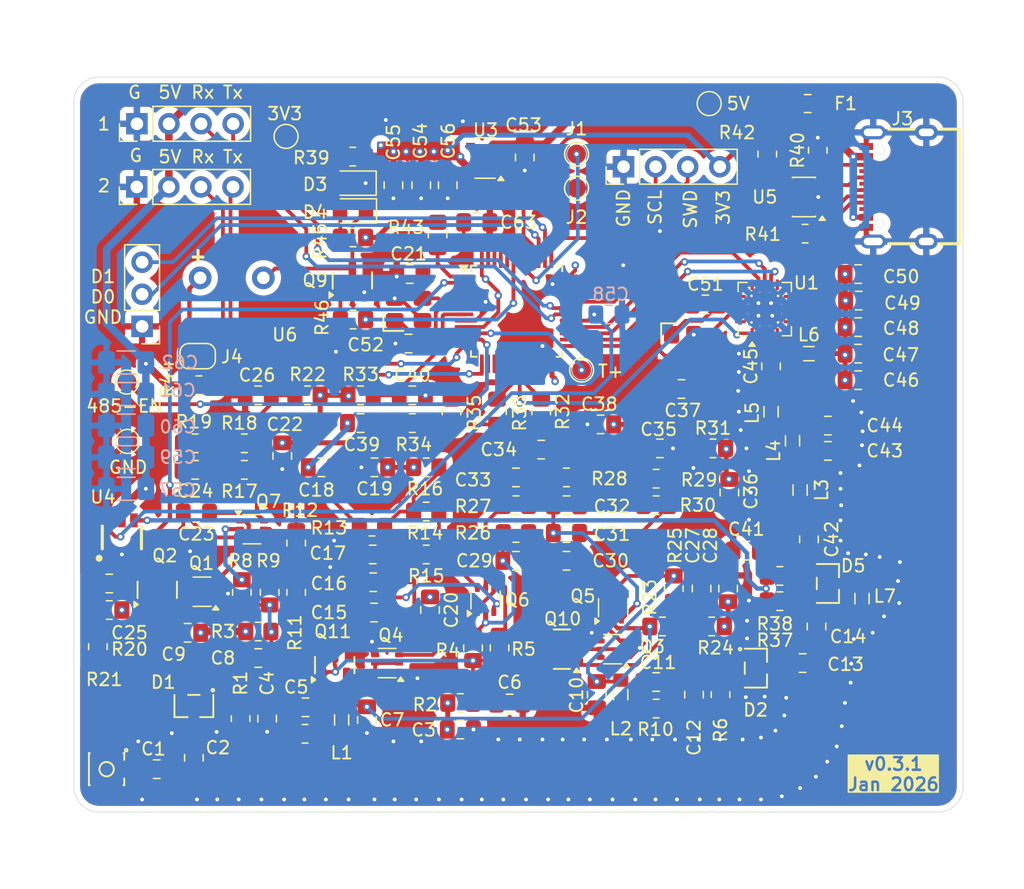
<source format=kicad_pcb>
(kicad_pcb (version 20241229) (generator "pcbnew") (generator_version "9.0")
  (layers (0 "F.Cu" signal) (4 "In1.Cu" power "GND") (6 "In2.Cu" power) (2 "B.Cu" signal) (13 "F.Paste" user) (15 "B.Paste" user) (5 "F.SilkS" user "F.Silkscreen") (7 "B.SilkS" user "B.Silkscreen") (1 "F.Mask" user) (3 "B.Mask" user) (25 "Edge.Cuts" user))
  (net 0 "")
  (net 1 "Net-(C2-Pad2)")
  (net 2 "Net-(C4-Pad2)")
  (net 3 "Net-(Q2-B)")
  (net 4 "Net-(C11-Pad1)")
  (net 5 "Net-(C13-Pad2)")
  (net 6 "RF_X1")
  (net 7 "Net-(Q7A-C1)")
  (net 8 "Net-(Q7B-C2)")
  (net 9 "Net-(Q10-B)")
  (net 10 "Net-(Q5B-C2)")
  (net 11 "Net-(C32-Pad1)")
  (net 12 "Net-(C33-Pad1)")
  (net 13 "MCU_X2")
  (net 14 "NRST")
  (net 15 "Net-(Q1A-B1)")
  (net 16 "Net-(Q10-E)")
  (net 17 "Net-(Q3B-C2)")
  (net 18 "PB2")
  (net 19 "PB0")
  (net 20 "SPI_SCLK")
  (net 27 "SPI_SDO")
  (net 29 "SPI_SDI")
  (net 32 "RF_X2")
  (net 33 "SPI_nSEL")
  (net 40 "MCU_X1")
  (net 47 "SWCLK")
  (net 48 "SWDIO")
  (net 49 "VBUS")
  (net 50 "Net-(D3-A)")
  (net 51 "5V")
  (net 52 "USB_DN_IN")
  (net 53 "Net-(J3-CC2)")
  (net 55 "USB_DP_IN")
  (net 56 "Net-(J3-CC1)")
  (net 58 "D+")
  (net 59 "D-")
  (net 61 "TXD-1")
  (net 62 "TXD-2")
  (net 63 "RXD-2")
  (net 64 "RXD-1")
  (net 65 "Net-(D4-A)")
  (net 66 "Net-(Q9-B)")
  (net 67 "PB7")
  (net 68 "Net-(U2-PA0)")
  (net 69 "Net-(U2-PB5)")
  (net 70 "Net-(U2-PA1)")
  (net 71 "Net-(U2-PB4)")
  (net 72 "PB1")
  (net 73 "WG-D1")
  (net 74 "WG-D0")
  (net 75 "Net-(D5-Pad3)")
  (net 76 "VIA_P3")
  (net 77 "VIA_P4")
  (net 78 "PA8")
  (net 79 "PC13")
  (net 80 "Net-(Q6A-C1)")
  (net 81 "Net-(Q6B-C2)")
  (net 82 "Net-(Q6B-B2)")
  (net 83 "Net-(Q7A-B1)")
  (net 84 "Net-(Q6A-B1)")
  (net 85 "Net-(Q7B-B2)")
  (net 86 "Net-(Q1B-C2)")
  (net 87 "VDD_MCU")
  (net 88 "GND")
  (net 89 "RF")
  (net 90 "Net-(J1-In)")
  (net 91 "Net-(C42-Pad1)")
  (net 92 "Net-(C45-Pad2)")
  (net 93 "RF_TX")
  (net 94 "Net-(C44-Pad1)")
  (net 95 "Net-(C43-Pad1)")
  (net 96 "Net-(C42-Pad2)")
  (net 97 "Net-(Q5A-C1)")
  (net 98 "Net-(Q5A-B1)")
  (net 99 "Net-(Q5B-B2)")
  (net 100 "Net-(R34-Pad2)")
  (net 101 "Net-(R13-Pad2)")
  (net 102 "Net-(Q4B-C2)")
  (net 103 "Net-(Q11-E)")
  (net 104 "Net-(C39-Pad1)")
  (net 105 "Net-(C35-Pad1)")
  (net 106 "Net-(C29-Pad1)")
  (net 107 "Net-(C26-Pad1)")
  (net 108 "Net-(C24-Pad1)")
  (net 109 "Net-(C18-Pad2)")
  (net 110 "Net-(C17-Pad1)")
  (net 111 "Net-(C15-Pad2)")
  (net 112 "Net-(C11-Pad2)")
  (net 113 "Net-(Q11-B)")
  (net 114 "Net-(C5-Pad1)")
  (net 115 "Net-(C14-Pad1)")
  (net 116 "Net-(C63-Pad1)")
  (net 117 "Net-(J4-Pin_2)")
  (net 118 "Net-(D4-K)")
  (net 119 "Net-(J4-Pin_1)")
  (footprint "PCM_JLCPCB:SOT-363_SC-70-6" (layer "F.Cu") (at 78 97.9 90)
    (property "Reference" "Q5" (hide yes))
    (property "Value" "BC847BS" (hide yes))
  )
  (footprint "Resistor_SMD:R_0805_2012Metric_Pad1.20x1.40mm_HandSolder" (layer "F.Cu") (at 57.375 62.2)
    (property "Reference" "R39")
    (property "Value" "1k" (hide yes))
  )
  (footprint "Resistor_SMD:R_0805_2012Metric_Pad1.20x1.40mm_HandSolder" (layer "F.Cu") (at 58.9 91.5)
    (property "Reference" "R13")
    (property "Value" "2k" (hide yes))
  )
  (footprint "Resistor_SMD:R_0805_2012Metric_Pad1.20x1.40mm_HandSolder" (layer "F.Cu") (at 70.3 89.8)
    (property "Reference" "R27")
    (property "Value" "1M" (hide yes))
  )
  (footprint "Resistor_SMD:R_0805_2012Metric_Pad1.20x1.40mm_HandSolder" (layer "F.Cu") (at 53.6 107.9)
    (property "Reference" "R7" (hide yes))
    (property "Value" "R" (hide yes))
  )
  (footprint "Resistor_SMD:R_0805_2012Metric_Pad1.20x1.40mm_HandSolder" (layer "F.Cu") (at 50.8 96.7 -90)
    (property "Reference" "R9")
    (property "Value" "4.7k" (hide yes))
  )
  (footprint "Resistor_SMD:R_0805_2012Metric_Pad1.20x1.40mm_HandSolder" (layer "F.Cu") (at 57.4 68.6)
    (property "Reference" "R45")
    (property "Value" "1k" (hide yes))
  )
  (footprint "Capacitor_SMD:C_0805_2012Metric_Pad1.18x1.45mm_HandSolder" (layer "F.Cu") (at 49.9 101.9 180)
    (property "Reference" "C8")
    (property "Value" "100nF" (hide yes))
  )
  (footprint "Capacitor_SMD:C_0805_2012Metric_Pad1.18x1.45mm_HandSolder" (layer "F.Cu") (at 67.2 67.4)
    (property "Reference" "C63")
    (property "Value" "100nF" (hide yes))
  )
  (footprint "Resistor_SMD:R_0805_2012Metric_Pad1.20x1.40mm_HandSolder" (layer "F.Cu") (at 48.6 96.7 -90)
    (property "Reference" "R8")
    (property "Value" "4.7k" (hide yes))
  )
  (footprint "Resistor_SMD:R_0805_2012Metric_Pad1.20x1.40mm_HandSolder" (layer "F.Cu") (at 93.2 68.3 180)
    (property "Reference" "R41")
    (property "Value" "5.1k" (hide yes))
  )
  (footprint "Capacitor_SMD:C_0805_2012Metric_Pad1.18x1.45mm_HandSolder" (layer "F.Cu") (at 84.4 104.8 90)
    (property "Reference" "C12")
    (property "Value" "2.2nF" (hide yes))
  )
  (footprint "Resistor_SMD:R_0805_2012Metric_Pad1.20x1.40mm_HandSolder" (layer "F.Cu") (at 63.2 86.8 180)
    (property "Reference" "R16")
    (property "Value" "30" (hide yes))
  )
  (footprint "Capacitor_SMD:C_0805_2012Metric_Pad1.18x1.45mm_HandSolder" (layer "F.Cu") (at 60.6 64.4625 -90)
    (property "Reference" "C55")
    (property "Value" "100nF" (hide yes))
  )
  (footprint "Resistor_SMD:R_0805_2012Metric_Pad1.20x1.40mm_HandSolder" (layer "F.Cu") (at 58 81.1)
    (property "Reference" "R33")
    (property "Value" "10k" (hide yes))
  )
  (footprint "Capacitor_SMD:C_0805_2012Metric_Pad1.18x1.45mm_HandSolder" (layer "F.Cu") (at 69.8 105.5)
    (property "Reference" "C6")
    (property "Value" "100nF" (hide yes))
  )
  (footprint "TestPoint:TestPoint_Pad_D1.5mm" (layer "F.Cu") (at 52.1 60.6)
    (property "Reference" "TP7" (hide yes))
    (property "Value" "3V3")
  )
  (footprint "Capacitor_SMD:C_0805_2012Metric_Pad1.18x1.45mm_HandSolder" (layer "F.Cu") (at 85 96.4 -90)
    (property "Reference" "C27")
    (property "Value" "100nF" (hide yes))
  )
  (footprint "PCM_JLCPCB:IPEX-SMD_BWIPX-1-001E" (layer "F.Cu") (at 38.65 110.7 180)
    (property "Reference" "J1" (hide yes))
    (property "Value" "U.FL" (hide yes))
  )
  (footprint "Inductor_SMD:L_0805_2012Metric_Pad1.05x1.20mm_HandSolder" (layer "F.Cu") (at 56.5 106.8 90)
    (property "Reference" "L1")
    (property "Value" "12nH" (hide yes))
  )
  (footprint "Connector_PinHeader_2.54mm:PinHeader_1x04_P2.54mm_Vertical" (layer "F.Cu") (at 40.29 59.6 90)
    (property "Reference" "USART1" (hide yes))
    (property "Value" "Conn_01x04_Socket" (hide yes))
  )
  (footprint "TestPoint:TestPoint_Pad_D1.5mm" (layer "F.Cu") (at 75.1 62)
    (property "Reference" "TP2" (hide yes))
    (property "Value" "J1")
  )
  (footprint "PCM_JLCPCB:SOT-363_SC-70-6" (layer "F.Cu") (at 67.9 97.3 90)
    (property "Reference" "Q6" (hide yes))
    (property "Value" "BC847BS" (hide yes))
  )
  (footprint "PCM_JLCPCB:SOT-363_SC-70-6" (layer "F.Cu") (at 49.4 91.7)
    (property "Reference" "Q7" (hide yes))
    (property "Value" "BC847BS" (hide yes))
  )
  (footprint "Capacitor_SMD:C_0805_2012Metric_Pad1.18x1.45mm_HandSolder" (layer "F.Cu") (at 44.9 87 180)
    (property "Reference" "C24")
    (property "Value" "12pF" (hide yes))
  )
  (footprint "Resistor_SMD:R_0805_2012Metric_Pad1.20x1.40mm_HandSolder" (layer "F.Cu") (at 38.1 98.1)
    (property "Reference" "R20")
    (property "Value" "4.7k" (hide yes))
  )
  (footprint "Capacitor_SMD:C_0805_2012Metric_Pad1.18x1.45mm_HandSolder" (layer "F.Cu") (at 71 62.2625 -90)
    (property "Reference" "C53")
    (property "Value" "10uF" (hide yes))
  )
  (footprint "Resistor_SMD:R_0805_2012Metric_Pad1.20x1.40mm_HandSolder" (layer "F.Cu") (at 66.9 101.1 90)
    (property "Reference" "R4")
    (property "Value" "4.7k" (hide yes))
  )
  (footprint "Resistor_SMD:R_0805_2012Metric_Pad1.20x1.40mm_HandSolder" (layer "F.Cu") (at 65.2 82.4 -90)
    (property "Reference" "R35")
    (property "Value" "4.7k" (hide yes))
  )
  (footprint "Inductor_SMD:L_0805_2012Metric_Pad1.05x1.20mm_HandSolder" (layer "F.Cu") (at 93.5 77.8)
    (property "Reference" "L6")
    (property "Value" "100nH" (hide yes))
  )
  (footprint "PCM_JLCPCB:SOT-363_SC-70-6" (layer "F.Cu") (at 77.95 101.2 180)
    (property "Reference" "Q3" (hide yes))
    (property "Value" "BC847BS" (hide yes))
  )
  (footprint "Connector_PinHeader_2.54mm:PinHeader_1x04_P2.54mm_Vertical" (layer "F.Cu") (at 78.82 63 90)
    (property "Reference" "J2" (hide yes))
    (property "Value" "Conn_01x04_Socket" (hide yes))
  )
  (footprint "Capacitor_SMD:C_0805_2012Metric_Pad1.18x1.45mm_HandSolder" (layer "F.Cu") (at 65.9 107.5625 180)
    (property "Reference" "C3")
    (property "Value" "10uF" (hide yes))
  )
  (footprint "Resistor_SMD:R_0805_2012Metric_Pad1.20x1.40mm_HandSolder" (layer "F.Cu") (at 85.8 99.4 180)
    (property "Reference" "R24")
    (property "Value" "1.5k" (hide yes))
  )
  (footprint "Capacitor_SMD:C_0805_2012Metric_Pad1.18x1.45mm_HandSolder" (layer "F.Cu") (at 93 102.3 180)
    (property "Reference" "C13")
    (property "Value" "12pF" (hide yes))
  )
  (footprint "Resistor_SMD:R_0805_2012Metric_Pad1.20x1.40mm_HandSolder" (layer "F.Cu") (at 63.2 93.7)
    (property "Reference" "R15")
    (property "Value" "5.1k" (hide yes))
  )
  (footprint "Resistor_SMD:R_0805_2012Metric_Pad1.20x1.40mm_HandSolder" (layer "F.Cu") (at 81.4 105.9)
    (property "Reference" "R10" (hide yes))
    (property "Value" "R" (hide yes))
  )
  (footprint "Capacitor_SMD:C_0805_2012Metric_Pad1.18x1.45mm_HandSolder" (layer "F.Cu") (at 44.3 99.9)
    (property "Reference" "C9")
    (property "Value" "10uF" (hide yes))
  )
  (footprint "Capacitor_SMD:C_0805_2012Metric_Pad1.18x1.45mm_HandSolder" (layer "F.Cu") (at 76.7 104.8 90)
    (property "Reference" "C10")
    (property "Value" "2.2nF" (hide yes))
  )
  (footprint "EasyEDA:SOT-23-6_L2.9-W1.6-P0.95-LS2.8-BR" (layer "F.Cu") (at 39.1 92.35 -90)
    (property "Reference" "U4")
    (property "Value" "SN74LVC2G04DBVR" (hide yes))
  )
  (footprint "Resistor_SMD:R_0805_2012Metric_Pad1.20x1.40mm_HandSolder" (layer "F.Cu") (at 70.3 92)
    (property "Reference" "R26")
    (property "Value" "1M" (hide yes))
  )
  (footprint "Capacitor_SMD:C_0805_2012Metric_Pad1.18x1.45mm_HandSolder" (layer "F.Cu") (at 63.5 98.1 -90)
    (property "Reference" "C20")
    (property "Value" "10uF" (hide yes))
  )
  (footprint "Capacitor_SMD:C_0805_2012Metric_Pad1.18x1.45mm_HandSolder" (layer "F.Cu") (at 41.8625 110.7 180)
    (property "Reference" "C1")
    (property "Value" "100pF" (hide yes))
  )
  (footprint "Resistor_SMD:R_0805_2012Metric_Pad1.20x1.40mm_HandSolder" (layer "F.Cu") (at 63.2 90.3)
    (property "Reference" "R14")
    (property "Value" "2k" (hide yes))
  )
  (footprint "Connector_PinHeader_2.54mm:PinHeader_1x04_P2.54mm_Vertical" (layer "F.Cu") (at 40.28 64.6 90)
    (property "Reference" "USART2" (hide yes))
    (property "Value" "Conn_01x04_Socket" (hide yes))
  )
  (footprint "Resistor_SMD:R_0805_2012Metric_Pad1.20x1.40mm_HandSolder" (layer "F.Cu") (at 52.9 96.7 -90)
    (property "Reference" "R11")
    (property "Value" "750" (hide yes))
  )
  (footprint "Capacitor_SMD:C_0805_2012Metric_Pad1.18x1.45mm_HandSolder" (layer "F.Cu") (at 70.3 94.2 180)
    (property "Reference" "C29")
    (property "Value" "10nF" (hide yes))
  )
  (footprint "Capacitor_SMD:C_0805_2012Metric_Pad1.18x1.45mm_HandSolder" (layer "F.Cu") (at 49.9 81.1 180)
    (property "Reference" "C26")
    (property "Value" "1uF" (hide yes))
  )
  (footprint "Inductor_SMD:L_0805_2012Metric_Pad1.05x1.20mm_HandSolder" (layer "F.Cu") (at 92.8 88.6 -90)
    (property "Reference" "L3")
    (property "Value" "10nH" (hide yes))
  )
  (footprint "PCM_JLCPCB:Q_SOT-23" (layer "F.Cu") (at 55.95 102.46 90)
    (property "Reference" "Q11" (hide yes))
    (property "Value" "MMBT3904" (hide yes))
  )
  (footprint "Capacitor_SMD:C_0805_2012Metric_Pad1.18x1.45mm_HandSolder" (layer "F.Cu") (at 74.3 92 180)
    (property "Reference" "C31")
    (property "Value" "20pF" (hide yes))
  )
  (footprint "Resistor_SMD:R_0805_2012Metric_Pad1.20x1.40mm_HandSolder" (layer "F.Cu") (at 52.9 92.8 90)
    (property "Reference" "R12")
    (property "Value" "750" (hide yes))
  )
  (footprint "Capacitor_SMD:C_0805_2012Metric_Pad1.18x1.45mm_HandSolder" (layer "F.Cu") (at 51.8 85.9 -90)
    (property "Reference" "C22")
    (property "Value" "10uF" (hide yes))
  )
  (footprint "Capacitor_SMD:C_0805_2012Metric_Pad1.18x1.45mm_HandSolder" (layer "F.Cu") (at 97.4 71.5)
    (property "Reference" "C50")
    (property "Value" "10uF" (hide yes))
  )
  (footprint "Resistor_SMD:R_0805_2012Metric_Pad1.20x1.40mm_HandSolder" (layer "F.Cu") (at 48.8 84.9)
    (property "Reference" "R18")
    (property "Value" "750" (hide yes))
  )
  (footprint "Resistor_SMD:R_0805_2012Metric_Pad1.20x1.40mm_HandSolder" (layer "F.Cu") (at 69 101.1 -90)
    (property "Reference" "R5")
    (property "Value" "4.7k" (hide yes))
  )
  (footprint "Capacitor_SMD:C_0805_2012Metric_Pad1.18x1.45mm_HandSolder" (layer "F.Cu") (at 59 95.9 180)
    (property "Reference" "C16")
    (property "Value" "20pF" (hide yes))
  )
  (footprint "PCM_JLCPCB:SOT-23-3_L2.9-W1.6-P1.90-LS2.8-BR" (layer "F.Cu") (at 44.8 105.7 90)
    (property "Reference" "D1" (hide yes))
    (property "Value" "BAT54S" (hide yes))
  )
  (footprint "Capacitor_SMD:C_0805_2012Metric_Pad1.18x1.45mm_HandSolder" (layer "F.Cu") (at 70.3 87.6 180)
    (property "Reference" "C33")
    (property "Value" "10nF" (hide yes))
  )
  (footprint "Capacitor_SMD:C_0805_2012Metric_Pad1.18x1.45mm_HandSolder" (layer "F.Cu") (at 72.3 85.4 180)
    (property "Reference" "C34")
    (property "Value" "2.2nF" (hide yes))
  )
  (footprint "Resistor_SMD:R_0805_2012Metric_Pad1.20x1.40mm_HandSolder" (layer "F.Cu") (at 37.2 101 90)
    (property "Reference" "R21")
    (property "Value" "10k" (hide yes))
  )
  (footprint "TestPoint:TestPoint_Pad_D1.5mm" (layer "F.Cu") (at 75.1 64.7)
    (property "Reference" "TP6" (hide yes))
    (property "Value" "J2")
  )
  (footprint "Package_TO_SOT_SMD:SOT-23-6" (layer "F.Cu") (at 93.1 65.4 180)
    (property "Reference" "U5")
    (property "Value" "USBLC6-2SC6" (hide yes))
  )
  (footprint "Capacitor_SMD:C_0805_2012Metric_Pad1.18x1.45mm_HandSolder" (layer "F.Cu") (at 87.2 88.8 -90)
    (property "Reference" "C36")
    (property "Value" "10uF" (hide yes))
  )
  (footprint "LED_SMD:LED_0805_2012Metric_Pad1.15x1.40mm_HandSolder" (layer "F.Cu") (at 57.4 66.5 180)
    (property "Reference" "D4")
    (property "Value" "LED" (hide yes))
  )
  (footprint "Package_SO:TSOP-5_1.65x3.05mm_P0.95mm" (layer "F.Cu") (at 67.86 62.3125 180)
    (property "Reference" "U3")
    (property "Value" "RT9013" (hide yes))
  )
  (footprint "Capacitor_SMD:C_0805_2012Metric_Pad1.18x1.45mm_HandSolder" (layer "F.Cu") (at 38.1 96 180)
    (property "Reference" "C25")
    (property "Value" "10nF" (hide yes))
  )
  (footprint "Resistor_SMD:R_0805_2012Metric_Pad1.20x1.40mm_HandSolder" (layer "F.Cu") (at 81.4 87.7)
    (property "Reference" "R29")
    (property "Value" "3k" (hide yes))
  )
  (footprint "Fuse:Fuse_0805_2012Metric_Pad1.15x1.40mm_HandSolder" (layer "F.Cu") (at 93.4 58 180)
    (property "Reference" "F1")
    (property "Value" "6V 0.75A" (hide yes))
  )
  (footprint "Resistor_SMD:R_0805_2012Metric_Pad1.20x1.40mm_HandSolder" (layer "F.Cu") (at 90.2 62 90)
    (property "Reference" "R42")
    (property "Value" "1.5k" (hide yes))
  )
  (footprint "Inductor_SMD:L_0805_2012Metric_Pad1.05x1.20mm_HandSolder" (layer "F.Cu") (at 97.7 97.2 -90)
    (property "Reference" "L7")
    (property "Value" "20uH" (hide yes))
  )
  (footprint "PCM_JLCPCB:Q_SOT-23" (layer "F.Cu") (at 73.94 101.2 180)
    (property "Reference" "Q10" (hide yes))
    (property "Value" "MMBT3904" (hide yes))
  )
  (footprint "Capacitor_SMD:C_0805_2012Metric_Pad1.18x1.45mm_HandSolder" (layer "F.Cu") (at 81.7 85.3)
    (property "Reference" "C35")
    (property "Value" "1uF" (hide yes))
  )
  (footprint "PCM_JLCPCB:OSC-SMD_4P-L3.2-W2.5-BL" (layer "F.Cu") (at 83.5 77.4 -90)
    (property "Reference" "X1" (hide yes))
    (property "Value" "X322525MOB4SI" (hide yes))
  )
  (footprint "PCM_JLCPCB:SOT-363_SC-70-6" (layer "F.Cu") (at 45.45 96.65 180)
    (property "Reference" "Q1" (hide yes))
    (property "Value" "BC847BS" (hide yes))
  )
  (footprint "Inductor_SMD:L_0805_2012Metric_Pad1.05x1.20mm_HandSolder" (layer "F.Cu") (at 92.2 84.7 -90)
    (property "Reference" "L4")
    (property "Value" "10nH" (hide yes))
  )
  (footprint "Capacitor_SMD:C_0805_2012Metric_Pad1.18x1.45mm_HandSolder" (layer "F.Cu") (at 97.4 75.7)
    (property "Reference" "C48")
    (property "Value" "10uF" (hide yes))
  )
  (footprint "Resistor_SMD:R_0805_2012Metric_Pad1.20x1.40mm_HandSolder" (layer "F.Cu") (at 44.9 84.9)
    (property "Reference" "R19")
    (property "Value" "750" (hide yes))
  )
  (footprint "PCM_JLCPCB:LQFP-48_7x7mm_P0.5mm" (layer "F.Cu") (at 70.35 74.44)
    (property "Reference" "U2" (hide yes))
    (property "Value" "N32G435_LQFP48" (hide yes))
  )
  (footprint "Inductor_SMD:L_0805_2012Metric_Pad1.05x1.20mm_HandSolder" (layer "F.Cu") (at 90.5 82.4 -90)
    (property "Reference" "L5")
    (property "Value" "12nH" (hide yes))
  )
  (footprint "PCM_JLCPCB:SOT-23-3_L2.9-W1.6-P1.90-LS2.8-BR" (layer "F.Cu") (at 89.3 102.7 180)
    (property "Reference" "D2" (hide yes))
    (property "Value" "BAT54S" (hide yes))
  )
  (footprint "Resistor_SMD:R_0805_2012Metric_Pad1.20x1.40mm_HandSolder" (layer "F.Cu") (at 94.2 61.7 90)
    (property "Reference" "R40")
    (property "Value" "5.1k" (hide yes))
  )
  (footprint "Capacitor_SMD:C_0805_2012Metric_Pad1.18x1.45mm_HandSolder" (layer "F.Cu") (at 93.5 92.5 -90)
    (property "Reference" "C42")
    (property "Value" "100pF" (hide yes))
  )
  (footprint "Capacitor_SMD:C_0805_2012Metric_Pad1.18x1.45mm_HandSolder" (layer "F.Cu") (at 61.9 71.5 180)
    (property "Reference" "C21")
    (property "Value" "24pF" (hide yes))
  )
  (footprint "Resistor_SMD:R_0805_2012Metric_Pad1.20x1.40mm_HandSolder" (layer "F.Cu") (at 81.4 89.8)
    (property "Reference" "R30")
    (property "Value" "5.1k" (hide yes))
  )
  (footprint "TestPoint:TestPoint_Pad_D1.5mm" (layer "F.Cu") (at 39.5 80.05)
    (property "Reference" "TP5" (hide yes))
    (property "Value" "485-EN")
  )
  (footprint "Capacitor_SMD:C_0805_2012Metric_Pad1.18x1.45mm_HandSolder" (layer "F.Cu") (at 94.1 99.4 -90)
    (property "Reference" "C14")
    (property "Value" "100pF" (hide yes))
  )
  (footprint "Capacitor_SMD:C_0805_2012Metric_Pad1.18x1.45mm_HandSolder" (layer "F.Cu") (at 58.9625 93.7 180)
    (property "Reference" "C17")
    (property "Value" "12pF" (hide yes))
  )
  (footprint "Capacitor_SMD:C_0805_2012Metric_Pad1.18x1.45mm_HandSolder" (layer "F.Cu") (at 62.8 64.4625 -90)
    (property "Reference" "C54")
    (property "Value" "10uF" (hide yes))
  )
  (footprint "Capacitor_SMD:C_0805_2012Metric_Pad1.18x1.45mm_HandSolder" (layer "F.Cu") (at 77 83.4 180)
    (property "Reference" "C38")
    (property "Value" "10uF" (hide yes))
  )
  (footprint "Capacitor_SMD:C_0805_2012Metric_Pad1.18x1.45mm_HandSolder" (layer "F.Cu") (at 58 83.3 180)
    (property "Reference" "C39")
    (property "Value" "1nF" (hide yes))
  )
  (footprint "Resistor_SMD:R_0805_2012Metric_Pad1.20x1.40mm_HandSolder" (layer "F.Cu") (at 74.3 87.6)
    (property "Reference" "R28")
    (property "Value" "3k" (hide yes))
  )
  (footprint "Resistor_SMD:R_0805_2012Metric_Pad1.20x1.40mm_HandSolder" (layer "F.Cu") (at 57.4 75.1)
    (property "Reference" "R46")
    (property "Value" "1k" (hide yes))
  )
  (footprint "PCM_JLCPCB:SOT-363_SC-70-6" (layer "F.Cu") (at 60.1 102.3 180)
    (property "Reference" "Q4" (hide yes))
    (property "Value" "BC847BS" (hide yes))
  )
  (footprint "Jumper:SolderJumper-2_P1.3mm_Open_RoundedPad1.0x1.5mm" (layer "F.Cu") (at 45.1 78)
    (property "Reference" "J4")
    (property "Value" "EN_BUZZ" (hide yes))
  )
  (footprint "Resistor_SMD:R_0805_2012Metric_Pad1.20x1.40mm_HandSolder" (layer "F.Cu") (at 82.8 96.4 -90)
    (property "Reference" "R25")
    (property "Value" "10k" (hide yes))
  )
  (footprint "Resistor_SMD:R_0805_2012Metric_Pad1.20x1.40mm_HandSolder" (layer "F.Cu") (at 62.1 83.3)
    (property "Reference" "R34")
    (property "Value" "0R" (hide yes))
  )
  (footprint "Capacitor_SMD:C_0805_2012Metric_Pad1.18x1.45mm_HandSolder" (layer "F.Cu") (at 44.8 109.8 90)
    (property "Reference" "C2")
    (property "Value" "3.2pF" (hide yes))
  )
  (footprint "EasyEDA:SOT-23-3_L2.9-W1.6-P1.90-LS2.8-BR" (layer "F.Cu") (at 95 96 180)
    (property "Reference" "D5")
    (property "Value" "BAR6405" (hide yes))
  )
  (footprint "Resistor_SMD:R_0805_2012Metric_Pad1.20x1.40mm_HandSolder" (layer "F.Cu") (at 91.2 95.4)
    (property "Reference" "R38")
    (property "Value" "1k" (hide yes))
  )
  (footprint "EasyEDA:USB-C-SMD_TYPE-C-6PIN-2MD-073" (layer "F.Cu") (at 100.4175 64.6 90)
    (property "Reference" "J3")
    (property "Value" "USB_C_Receptacle_USB2.0_16P" (hide yes))
  )
  (footprint "Capacitor_SMD:C_0805_2012Metric_Pad1.18x1.45mm_HandSolder" (layer "F.Cu") (at 74.3 94.2 180)
    (property "Reference" "C30")
    (property "Value" "2.2nF" (hide yes))
  )
  (footprint "Capacitor_SMD:C_0805_2012Metric_Pad1.18x1.45mm_HandSolder" (layer "F.Cu") (at 97.4 79.9)
    (property "Reference" "C46")
    (property "Value" "10uF" (hide yes))
  )
  (footprint "Capacitor_SMD:C_0805_2012Metric_Pad1.18x1.45mm_HandSolder" (layer "F.Cu") (at 45 90.4 180)
    (property "Reference" "C23")
    (property "Value" "20pF" (hide yes))
  )
  (footprint "Capacitor_SMD:C_0805_2012Metric_Pad1.18x1.45mm_HandSolder" (layer "F.Cu") (at 95 83.5)
    (property "Reference" "C44")
    (property "Value" "2pF" (hide yes))
  )
  (footprint "TestPoint:TestPoint_Pad_D1.5mm" (layer "F.Cu") (at 39.55 84.75)
    (property "Reference" "TP9" (hide yes))
    (property "Value" "GND")
  )
  (footprint "PCM_JLCPCB:Q_SOT-23" (layer "F.Cu") (at 41.9 96.5 90)
    (property "Reference" "Q2" (hide yes))
    (property "Value" "MMBT3904" (hide yes))
  )
  (footprint "Resistor_SMD:R_0805_2012Metric_Pad1.20x1.40mm_HandSolder" (layer "F.Cu") (at 48.5 106.7 -90)
    (property "Reference" "R1")
    (property "Value" "1.5k" (hide yes))
  )
  (footprint "Capacitor_SMD:C_0805_2012Metric_Pad1.18x1.45mm_HandSolder" (layer "F.Cu") (at 54.9 86.8 180)
    (property "Reference" "C18")
    (property "Value" "2.2nF" (hide yes))
  )
  (footprint "Resistor_SMD:R_0805_2012Metric_Pad1.20x1.40mm_HandSolder" (layer "F.Cu") (at 85.9 85.3 180)
    (property "Reference" "R31")
    (property "Value" "30" (hide yes))
  )
  (footprint "Resistor_SMD:R_0805_2012Metric_Pad1.20x1.40mm_HandSolder" (layer "F.Cu") (at 81.9 99.4 180)
    (property "Reference" "R23")
    (property "Value" "10k" (hide yes))
  )
  (footprint "Capacitor_SMD:C_0805_2012Metric_Pad1.18x1.45mm_HandSolder" (layer "F.Cu") (at 62.1 81.1 180)
    (property "Reference" "C40")
    (property "Value" "100nF" (hide yes))
  )
  (footprint "Resistor_SMD:R_0805_2012Metric_Pad1.20x1.40mm_HandSolder" (layer "F.Cu") (at 53.8 81.1)
    (property "Reference" "R22")
    (property "Value" "30" (hide yes))
  )
  (footprint "Capacitor_SMD:C_0805_2012Metric_Pad1.18x1.45mm_HandSolder" (layer "F.Cu") (at 58.5 106.8 90)
    (property "Reference" "C7")
    (property "Value" "2.2nF" (hide yes))
  )
  (footprint "Resistor_SMD:R_0805_2012Metric_Pad1.20x1.40mm_HandSolder" (layer "F.Cu") (at 65.9 105.4625 180)
    (property "Reference" "R2")
    (property "Value" "1.5k" (hide yes))
  )
  (footprint "Capacitor_SMD:C_0805_2012Metric_Pad1.18x1.45mm_HandSolder" (layer "F.Cu") (at 74.3 89.8 180)
    (property "Reference" "C32")
    (property "Value" "12pF" (hide yes))
  )
  (footprint "LED_SMD:LED_0805_2012Metric_Pad1.15x1.40mm_HandSolder" (layer "F.Cu") (at 57.375 64.3 180)
    (property "Reference" "D3")
    (property "Value" "LED" (hide yes))
  )
  (footprint "Capacitor_SMD:C_0805_2012Metric_Pad1.18x1.45mm_HandSolder" (layer "F.Cu") (at 97.4375 73.6)
    (property "Reference" "C49")
    (property "Value" "10uF" (hide yes))
  )
  (footprint "Capacitor_SMD:C_0805_2012Metric_Pad1.18x1.45mm_HandSolder" (layer "F.Cu") (at 50.6 106.7 90)
    (property "Reference" "C4")
    (property "Value" "2.2nF" (hide yes))
  )
  (footprint "Capacitor_SMD:C_0805_2012Metric_Pad1.18x1.45mm_HandSolder" (layer "F.Cu") (at 59.1 86.8 180)
    (property "Reference" "C19")
    (property "Value" "10uF" (hide yes))
  )
  (footprint "EasyEDA:BUZ-TH_BD9.0-P5.00-D0.6-FD" (layer "F.Cu") (at 47.8 71.8)
    (property "Reference" "U6")
    (property "Value" "HYT-0905_C7544823")
  )
  (footprint "Resistor_SMD:R_0805_2012Metric_Pad1.20x1.40mm_HandSolder" (layer "F.Cu") (at 86.5 104.8 -90)
    (property "Reference" "R6")
    (property "Value" "1.5k" (hide yes))
  )
  (footprint "Capacitor_SMD:C_0805_2012Metric_Pad1.18x1.45mm_HandSolder" (layer "F.Cu") (at 81.4 103.8 180)
    (property "Reference" "C11")
    (property "Value" "100nF" (hide yes))
  )
  (footprint "Capacitor_SMD:C_0805_2012Metric_Pad1.18x1.45mm_HandSolder" (layer "F.Cu") (at 53.6375 105.8 180)
    (property "Reference" "C5")
    (property "Value" "100nF" (hide yes))
  )
  (footprint "Connector_PinHeader_2.54mm:PinHeader_1x03_P2.54mm_Vertical" (layer "F.Cu") (at 40.7 75.64 180)
    (property "Reference" "J5" (hide yes))
    (property "Value" "Conn_01x03_Socket" (hide yes))
  )
  (footprint "Capacitor_SMD:C_0805_2012Metric_Pad1.18x1.45mm_HandSolder" (layer "F.Cu") (at 83.4 80.6 180)
    (property "Reference" "C37")
    (property "Value" "24pF" (hide yes))
  )
  (footprint "Capacitor_SMD:C_0805_2012Metric_Pad1.18x1.45mm_HandSolder" (layer "F.Cu") (at 97.4 77.8)
    (property "Reference" "C47")
    (property "Value" "10uF" (hide yes))
  )
  (footprint "Resistor_SMD:R_0805_2012Metric_Pad1.20x1.40mm_HandSolder" (layer "F.Cu") (at 91.2 97.4 180)
    (property "Reference" "R37")
    (property "Value" "1k" (hide yes))
  )
  (footprint "Resistor_SMD:R_0805_2012Metric_Pad1.20x1.40mm_HandSolder" (layer "F.Cu") (at 48.8 87)
    (property "Reference" "R17")
    (property "Value" "5.1k" (hide yes))
  )
  (footprint "Capacitor_SMD:C_0805_2012Metric_Pad1.18x1.45mm_HandSolder" (layer "F.Cu") (at 90.5 78.8 -90)
    (property "Reference" "C45")
    (property "Value" "3.3pF" (hide yes))
  )
  (footprint "Resistor_SMD:R_0805_2012Metric_Pad1.20x1.40mm_HandSolder" (layer "F.Cu") (at 68.8 82.4 -90)
    (property "Reference" "R36")
    (property "Value" "0R" (hide yes))
  )
  (footprint "PCM_JLCPCB:OSC-SMD_4P-L3.2-W2.5-BL" (layer "F.Cu") (at 61.8 74.3)
    (property "Reference" "X2" (hide yes))
    (property "Value" "X322525MOB4SI" (hide yes))
  )
  (footprint "Capacitor_SMD:C_0805_2012Metric_Pad1.18x1.45mm_HandSolder" (layer "F.Cu") (at 64.9 64.4625 -90)
    (property "Reference" "C56")
    (property "Value" "100nF" (hide yes))
  )
  (footprint "Package_DFN_QFN:QFN-20-1EP_4x4mm_P0.5mm_EP2.6x2.6mm_ThermalVias" (layer "F.Cu") (at 90 74.275 90)
    (property "Reference" "U1")
    (property "Value" "Si4463" (hide yes))
  )
  (footprint "TestPoint:TestPoint_Pad_D1.5mm" (layer "F.Cu") (at 75.5 79.1)
    (property "Reference" "TP1" (hide yes))
    (property "Value" "T+")
  )
  (footprint "Capacitor_SMD:C_0805_2012Metric_Pad1.18x1.45mm_HandSolder" (layer "F.Cu") (at 87.1 96.4 -90)
    (property "Reference" "C28")
    (property "Value" "10uF" (hide yes))
  )
  (footprint "Resistor_SMD:R_0805_2012Metric_Pad1.20x1.40mm_HandSolder" (layer "F.Cu") (at 49.9 99.8)
    (property "Reference" "R3")
    (property "Value" "560" (hide yes))
  )
  (footprint "Capacitor_SMD:C_0805_2012Metric_Pad1.18x1.45mm_HandSolder" (layer "F.Cu") (at 85.3 73.9)
    (property "Reference" "C51")
    (property "Value" "24pF" (hide yes))
  )
  (footprint "Resistor_SMD:R_0805_2012Metric_Pad1.20x1.40mm_HandSolder" (layer "F.Cu") (at 64.1 68.4 90)
    (property "Reference" "R43")
    (property "Value" "10k" (hide yes))
  )
  (footprint "Capacitor_SMD:C_0805_2012Metric_Pad1.18x1.45mm_HandSolder" (layer "F.Cu") (at 59.0625 98.3 180)
    (property "Reference" "C15")
    (property "Value" "2.2nF" (hide yes))
  )
  (footprint "Capacitor_SMD:C_0805_2012Metric_Pad1.18x1.45mm_HandSolder" (layer "F.Cu") (at 95 85.5)
    (property "Reference" "C43")
    (property "Value" "2pF" (hide yes))
  )
  (footprint "Inductor_SMD:L_0805_2012Metric_Pad1.05x1.20mm_HandSolder" (layer "F.Cu") (at 78.6 104.8 -90)
    (property "Reference" "L2")
    (property "Value" "12nH" (hide yes))
  )
  (footprint "PCM_JLCPCB:Q_SOT-23" (layer "F.Cu") (at 57.35 72 90)
    (property "Reference" "Q9" (hide yes))
    (property "Value" "MMBT3904" (hide yes))
  )
  (footprint "Capacitor_SMD:C_0805_2012Metric_Pad1.18x1.45mm_HandSolder" (layer "F.Cu") (at 88.5375 93.4 180)
    (property "Reference" "C41")
    (property "Value" "100pF" (hide yes))
  )
  (footprint "Capacitor_SMD:C_0805_2012Metric_Pad1.18x1.45mm_HandSolder" (layer "F.Cu") (at 61.8 77)
    (property "Reference" "C52")
    (property "Value" "24pF" (hide yes))
  )
  (footprint "TestPoint:TestPoint_Pad_D1.5mm" (layer "F.Cu") (at 85.6 58)
    (property "Reference" "TP8" (hide yes))
    (property "Value" "5V")
  )
  (footprint "Resistor_SMD:R_0805_2012Metric_Pad1.20x1.40mm_HandSolder" (layer "F.Cu") (at 45.2 80.3 180)
    (property "Reference" "R44")
    (property "Value" "100R" (hide yes))
  )
  (footprint "Resistor_SMD:R_0805_2012Metric_Pad1.20x1.40mm_HandSolder" (layer "F.Cu") (at 72.3 82.4 90)
    (property "Reference" "R32")
    (property "Value" "10k" (hide yes))
  )
  (footprint "Capacitor_SMD:C_1206_3216Metric_Pad1.33x1.80mm_HandSolder" (layer "B.Cu") (at 39.4375 83.5 180)
    (property "Reference" "C60")
    (property "Value" "10uF" (hide yes))
  )
  (footprint "Capacitor_SMD:C_1206_3216Metric_Pad1.33x1.80mm_HandSolder" (layer "B.Cu") (at 39.4375 88.5 180)
    (property "Reference" "C57")
    (property "Value" "10uF" (hide yes))
  )
  (footprint "Capacitor_SMD:C_1206_3216Metric_Pad1.33x1.80mm_HandSolder" (layer "B.Cu") (at 39.4375 86 180)
    (property "Reference" "C59")
    (property "Value" "10uF" (hide yes))
  )
  (footprint "Capacitor_SMD:C_1206_3216Metric_Pad1.33x1.80mm_HandSolder" (layer "B.Cu") (at 39.4375 78.5 180)
    (property "Reference" "C62")
    (property "Value" "10uF" (hide yes))
  )
  (footprint "Capacitor_SMD:C_0805_2012Metric_Pad1.18x1.45mm_HandSolder" (layer "B.Cu") (at 77.6625 74.7)
    (property "Reference" "C58")
    (property "Value" "100pF" (hide yes))
  )
  (footprint "Capacitor_SMD:C_1206_3216Metric_Pad1.33x1.80mm_HandSolder" (layer "B.Cu") (at 39.4375 81 180)
    (property "Reference" "C61")
    (property "Value" "10uF" (hide yes))
  )
  (gr_circle (center 37.3 94) (end 37.4 94.2) (stroke (width 0.1)) (fill yes) (layer "F.SilkS"))
  (gr_line (start 103.7 114.1) (end 37.3 114.1) (stroke (width 0.05)) (layer "Edge.Cuts"))
  (gr_arc (start 35.3 57.9) (mid 35.885786 56.485786) (end 37.3 55.9) (stroke (width 0.05)) (layer "Edge.Cuts"))
  (gr_line (start 35.3 112.1) (end 35.3 57.9) (stroke (width 0.05)) (layer "Edge.Cuts"))
  (gr_line (start 105.7 57.9) (end 105.7 112.1) (stroke (width 0.05)) (layer "Edge.Cuts"))
  (gr_arc (start 105.7 112.1) (mid 105.114214 113.514214) (end 103.7 114.1) (stroke (width 0.05)) (layer "Edge.Cuts"))
  (gr_arc (start 103.7 55.9) (mid 105.114214 56.485786) (end 105.7 57.9) (stroke (width 0.05)) (layer "Edge.Cuts"))
  (gr_line (start 37.3 55.9) (end 103.7 55.9) (stroke (width 0.05)) (layer "Edge.Cuts"))
  (gr_arc (start 37.3 114.1) (mid 35.885786 113.514214) (end 35.3 112.1) (stroke (width 0.05)) (layer "Edge.Cuts"))
  (gr_text "D2" (at 88.2 106.6 0) (layer "F.SilkS") (effects (font (size 1 1) (thickness 0.15) (bold yes)) (justify left bottom)))
  (gr_text "Tx" (at 47 62.8 0) (layer "F.SilkS") (effects (font (size 1 1) (thickness 0.15) (bold yes)) (justify left bottom)))
  (gr_text "Q10" (at 74 98.8 0) (layer "F.SilkS") (effects (font (size 1 1))))
  (gr_text "Rx" (at 44.5 62.8 0) (layer "F.SilkS") (effects (font (size 1 1) (thickness 0.15) (bold yes)) (justify left bottom)))
  (gr_text "SCL" (at 81.9 67.7 90) (layer "F.SilkS") (effects (font (size 1 1) (thickness 0.15) (bold yes)) (justify left bottom)))
  (gr_text "5V" (at 41.9 62.8 0) (layer "F.SilkS") (effects (font (size 1 1) (thickness 0.15) (bold yes)) (justify left bottom)))
  (gr_text "Q2" (at 42.5 93.8 0) (layer "F.SilkS") (effects (font (size 1 1))))
  (gr_text "Q11" (at 55.8 99.8 0) (layer "F.SilkS") (effects (font (size 1 1))))
  (gr_text "GND" (at 79.4 67.9 90) (layer "F.SilkS") (effects (font (size 1 1) (thickness 0.15) (bold yes)) (justify left bottom)))
  (gr_text "5V" (at 41.9 57.7 0) (layer "F.SilkS") (effects (font (size 1 1) (thickness 0.15) (bold yes)) (justify left bottom)))
  (gr_text "v0.3.1\nJan 2026" (at 100.2 111.1 0) (layer "F.SilkS" knockout) (effects (font (size 1 1) (thickness 0.2) (bold yes))))
  (gr_text "Tx" (at 47 57.7 0) (layer "F.SilkS") (effects (font (size 1 1) (thickness 0.15) (bold yes)) (justify left bottom)))
  (gr_text "Q4" (at 60.4 100.1 0) (layer "F.SilkS") (effects (font (size 1 1))))
  (gr_text "Rx" (at 44.5 57.7 0) (layer "F.SilkS") (effects (font (size 1 1) (thickness 0.15) (bold yes)) (justify left bottom)))
  (gr_text "Q3" (at 81.1 101 0) (layer "F.SilkS") (effects (font (size 1 1))))
  (gr_text "2" (at 37.1 65.1 0) (layer "F.SilkS") (effects (font (size 1 1) (thickness 0.15) (bold yes)) (justify left bottom)))
  (gr_text "D1\nD0\nGND" (at 37.6 75.5 0) (layer "F.SilkS") (effects (font (size 1 1)) (justify bottom)))
  (gr_text "D1" (at 41.3 104.4 0) (layer "F.SilkS") (effects (font (size 1 1) (thickness 0.15) (bold yes)) (justify left bottom)))
  (gr_text "R10" (at 81.35 107.55 0) (layer "F.SilkS") (effects (font (size 1 1))))
  (gr_text "G" (at 39.6 62.7 0) (layer "F.SilkS") (effects (font (size 1 1) (thickness 0.15) (bold yes)) (justify left bottom)))
  (gr_text "G" (at 39.5 57.7 0) (layer "F.SilkS") (effects (font (size 1 1) (thickness 0.15) (bold yes)) (justify left bottom)))
  (gr_text "Q5" (at 75.6 97 0) (layer "F.SilkS") (effects (font (size 1 1))))
  (gr_text "SWD" (at 84.7 68 90) (layer "F.SilkS") (effects (font (size 1 1) (thickness 0.15) (bold yes)) (justify left bottom)))
  (gr_text "Q9" (at 54.4 72 0) (layer "F.SilkS") (effects (font (size 1 1))))
  (gr_text "Q6" (at 70.4 97.3 0) (layer "F.SilkS") (effects (font (size 1 1))))
  (gr_text "3V3" (at 87.3 67.7 90) (layer "F.SilkS") (effects (font (size 1 1) (thickness 0.15) (bold yes)) (justify left bottom)))
  (gr_text "1" (at 37.1 60.2 0) (layer "F.SilkS") (effects (font (size 1 1) (thickness 0.15) (bold yes)) (justify left bottom)))
  (gr_text "Q7" (at 50.7 89.5 0) (layer "F.SilkS") (effects (font (size 1 1))))
  (gr_text "Q1" (at 45.4 94.4 0) (layer "F.SilkS") (effects (font (size 1 1))))
  (segment (start 44.8 108.7625) (end 44.8 106.94) (width 0.35) (layer "F.Cu") (net 1))
  (segment (start 45.09 105.7) (end 48.5 105.7) (width 0.4) (layer "F.Cu") (net 2))
  (segment (start 43.85 104.46) (end 45.09 105.7) (width 0.4) (layer "F.Cu") (net 2))
  (segment (start 52.6 105.8) (end 52.6 107.9) (width 0.4) (layer "F.Cu") (net 2))
  (segment (start 50.5625 105.7) (end 50.6 105.6625) (width 0.4) (layer "F.Cu") (net 2))
  (segment (start 50.6 105.6625) (end 52.4625 105.6625) (width 0.4) (layer "F.Cu") (net 2))
  (segment (start 48.5 105.7) (end 50.5625 105.7) (width 0.4) (layer "F.Cu") (net 2))
  (segment (start 52.4625 105.6625) (end 52.6 105.8) (width 0.4) (layer "F.Cu") (net 2))
  (segment (start 42.041 98.531) (end 47.769 98.531) (width 0.3) (layer "F.Cu") (net 3))
  (segment (start 40.95 97.44) (end 42.041 98.531) (width 0.3) (layer "F.Cu") (net 3))
  (segment (start 41.9 95.56) (end 41.9 96.49) (width 0.3) (layer "F.Cu") (net 3))
  (segment (start 47.769 98.531) (end 48.6 97.7) (width 0.3) (layer "F.Cu") (net 3))
  (segment (start 41.9 96.49) (end 40.95 97.44) (width 0.3) (layer "F.Cu") (net 3))
  (segment (start 48.6 97.7) (end 50.8 97.7) (width 0.3) (layer "F.Cu") (net 3))
  (segment (start 50.9375 101.9) (end 50.9375 99.8375) (width 0.3) (layer "F.Cu") (net 3))
  (segment (start 50.9375 99.8375) (end 50.9 99.8) (width 0.3) (layer "F.Cu") (net 3))
  (via (at 50.8 97.7) (size 0.6) (drill 0.3) (layers "F.Cu" "B.Cu") (net 3))
  (via (at 50.9375 99.8375) (size 0.6) (drill 0.3) (layers "F.Cu" "B.Cu") (net 3))
  (segment (start 50.8 97.7) (end 50.8 99.7) (width 0.3) (layer "B.Cu") (net 3))
  (segment (start 50.8 99.7) (end 50.9375 99.8375) (width 0.3) (layer "B.Cu") (net 3))
  (segment (start 84.5375 103.8) (end 84.5 103.7625) (width 0.3) (layer "F.Cu") (net 4))
  (segment (start 86.6 103.8) (end 84.5375 103.8) (width 0.3) (layer "F.Cu") (net 4))
  (segment (start 88.06 103.65) (end 86.65 103.65) (width 0.3353) (layer "F.Cu") (net 4))
  (segment (start 82.4375 103.8) (end 82.4375 105.8625) (width 0.3) (layer "F.Cu") (net 4))
  (segment (start 82.4375 105.8625) (end 82.4 105.9) (width 0.3) (layer "F.Cu") (net 4))
  (segment (start 86.65 103.65) (end 86.5 103.8) (width 0.3353) (layer "F.Cu") (net 4))
  (segment (start 82.5375 103.8) (end 84.4625 103.8) (width 0.3) (layer "F.Cu") (net 4))
  (segment (start 84.4625 103.8) (end 84.5 103.7625) (width 0.3) (layer "F.Cu") (net 4))
  (segment (start 91.274 102.7) (end 91.674 102.3) (width 0.35) (layer "F.Cu") (net 5))
  (segment (start 90.539999 102.7) (end 91.274 102.7) (width 0.35) (layer "F.Cu") (net 5))
  (segment (start 85.5 77.38) (end 85.5 76.4) (width 0.3) (layer "F.Cu") (net 6))
  (segment (start 86.50687 75.4) (end 87.276 74.63087) (width 0.3) (layer "F.Cu") (net 6))
  (segment (start 87.276 74.024) (end 87.276 74.63087) (width 0.3) (layer "F.Cu") (net 6))
  (segment (start 87.525 73.775) (end 87.276 74.024) (width 0.3) (layer "F.Cu") (net 6))
  (segment (start 86.5 75.4) (end 86.50687 75.4) (width 0.3) (layer "F.Cu") (net 6))
  (segment (start 84.38 78.5) (end 85.5 77.38) (width 0.3) (layer "F.Cu") (net 6))
  (segment (start 85.5 76.4) (end 86.5 75.4) (width 0.3) (layer "F.Cu") (net 6))
  (segment (start 87.276 74.63087) (end 87.276 74.3) (width 0.3) (layer "F.Cu") (net 6))
  (segment (start 88.075 73.775) (end 87.525 73.775) (width 0.3) (layer "F.Cu") (net 6))
  (segment (start 84.38 78.5) (end 84.38 80.5425) (width 0.3) (layer "F.Cu") (net 6))
  (segment (start 84.38 80.5425) (end 84.4375 80.6) (width 0.3) (layer "F.Cu") (net 6))
  (segment (start 46.0375 90.4) (end 49.7 90.4) (width 0.3353) (layer "F.Cu") (net 7))
  (segment (start 49.8 84.9) (end 49.8 87) (width 0.3) (layer "F.Cu") (net 7))
  (segment (start 50.35 91.05) (end 49.8 90.5) (width 0.3353) (layer "F.Cu") (net 7))
  (segment (start 49.7 90.4) (end 50.35 91.05) (width 0.3353) (layer "F.Cu") (net 7))
  (segment (start 49.8 90.5) (end 49.8 87) (width 0.3353) (layer "F.Cu") (net 7))
  (segment (start 43.9 84.9) (end 43.9 86.9625) (width 0.3353) (layer "F.Cu") (net 8))
  (segment (start 39.4 96) (end 39.1375 96) (width 0.3) (layer "F.Cu") (net 8))
  (segment (start 43.9 86.9625) (end 43.8625 87) (width 0.3353) (layer "F.Cu") (net 8))
  (segment (start 43.9625 90.4) (end 45.9125 92.35) (width 0.3) (layer "F.Cu") (net 8))
  (segment (start 43.9625 91.4375) (end 39.4 96) (width 0.3) (layer "F.Cu") (net 8))
  (segment (start 43.8625 87) (end 43.8625 90.3) (width 0.3) (layer "F.Cu") (net 8))
  (segment (start 43.8625 90.3) (end 43.9625 90.4) (width 0.3) (layer "F.Cu") (net 8))
  (segment (start 45.9125 92.35) (end 48.45 92.35) (width 0.3) (layer "F.Cu") (net 8))
  (segment (start 43.9625 90.4) (end 43.9625 91.4375) (width 0.3) (layer "F.Cu") (net 8))
  (segment (start 85 97.4375) (end 85 99.2) (width 0.3) (layer "F.Cu") (net 9))
  (segment (start 73.93 101.2) (end 74.88 102.15) (width 0.3) (layer "F.Cu") (net 9))
  (segment (start 73 101.2) (end 73.93 101.2) (width 0.3) (layer "F.Cu") (net 9))
  (segment (start 75.179999 102.449999) (end 79.850001 102.449999) (width 0.3) (layer "F.Cu") (net 9))
  (segment (start 82.9 99.4) (end 82.9 97.5) (width 0.3) (layer "F.Cu") (net 9))
  (segment (start 84.9625 97.4) (end 85 97.4375) (width 0.3) (layer "F.Cu") (net 9))
  (segment (start 82.9 97.5) (end 82.8 97.4) (width 0.3) (layer "F.Cu") (net 9))
  (segment (start 74.88 102.15) (end 75.179999 102.449999) (width 0.3) (layer "F.Cu") (net 9))
  (segment (start 85 99.2) (end 84.8 99.4) (width 0.3) (layer "F.Cu") (net 9))
  (segment (start 79.850001 102.449999) (end 82.9 99.4) (width 0.3) (layer "F.Cu") (net 9))
  (segment (start 82.9 99.4) (end 84.8 99.4) (width 0.3) (layer "F.Cu") (net 9))
  (segment (start 78.65 98.83076) (end 79.89038 97.59038) (width 0.3353) (layer "F.Cu") (net 10))
  (segment (start 73.3375 85.4) (end 73.3375 87.5625) (width 0.3) (layer "F.Cu") (net 10))
  (segment (start 73.3375 87.5625) (end 73.3 87.6) (width 0.3) (layer "F.Cu") (net 10))
  (segment (start 78.65 98.85) (end 78.65 98.83076) (width 0.3353) (layer "F.Cu") (net 10))
  (segment (start 73.2625 89.8) (end 73.2625 92) (width 0.3) (layer "F.Cu") (net 10))
  (segment (start 73.3 87.6) (end 73.3 89.7625) (width 0.3) (layer "F.Cu") (net 10))
  (segment (start 73.3 89.7625) (end 73.2625 89.8) (width 0.3) (layer "F.Cu") (net 10))
  (via (at 73.2625 92) (size 0.6) (drill 0.3) (layers "F.Cu" "B.Cu") (net 10))
  (via (at 79.89038 97.59038) (size 0.6) (drill 0.3) (layers "F.Cu" "B.Cu") (net 10))
  (segment (start 79.9 96.3) (end 79.89038 96.30962) (width 0.3) (layer "B.Cu") (net 10))
  (segment (start 75.6 92) (end 79.9 96.3) (width 0.3) (layer "B.Cu") (net 10))
  (segment (start 79.89038 96.30962) (end 79.89038 97.59038) (width 0.3) (layer "B.Cu") (net 10))
  (segment (start 73.2625 92) (end 75.6 92) (width 0.3) (layer "B.Cu") (net 10))
  (segment (start 75.3375 89.8) (end 80.4 89.8) (width 0.3) (layer "F.Cu") (net 11))
  (segment (start 71.3375 87.6) (end 71.3375 89.7625) (width 0.3) (layer "F.Cu") (net 12))
  (segment (start 71.2625 87.525) (end 71.3375 87.6) (width 0.3) (layer "F.Cu") (net 12))
  (segment (start 71.3375 89.7625) (end 71.3 89.8) (width 0.3) (layer "F.Cu") (net 12))
  (segment (start 71.2625 85.4) (end 71.2625 87.525) (width 0.3) (layer "F.Cu") (net 12))
  (segment (start 61.0175 75.18) (end 62.8375 77) (width 0.3) (layer "F.Cu") (net 13))
  (segment (start 63.951 75.8865) (end 62.8375 77) (width 0.3) (layer "F.Cu") (net 13))
  (segment (start 63.951 74.549) (end 63.951 75.8865) (width 0.3) (layer "F.Cu") (net 13))
  (segment (start 66.19 74.19) (end 64.31 74.19) (width 0.3) (layer "F.Cu") (net 13))
  (segment (start 64.31 74.19) (end 63.951 74.549) (width 0.3) (layer "F.Cu") (net 13))
  (segment (start 60.7 75.18) (end 61.0175 75.18) (width 0.3) (layer "F.Cu") (net 13))
  (segment (start 64.5 74.8) (end 64.5 77.2) (width 0.3) (layer "F.Cu") (net 14))
  (segment (start 64.5 77.2) (end 61.0625 80.6375) (width 0.3) (layer "F.Cu") (net 14))
  (segment (start 66.19 74.69) (end 64.61 74.69) (width 0.3) (layer "F.Cu") (net 14))
  (segment (start 61.0625 80.6375) (end 61.0625 81.1) (width 0.3) (layer "F.Cu") (net 14))
  (segment (start 64.61 74.69) (end 64.5 74.8) (width 0.3) (layer "F.Cu") (net 14))
  (segment (start 61.0625 81.1) (end 59 81.1) (width 0.3) (layer "F.Cu") (net 14))
  (segment (start 44.5 96.65) (end 46.4 96.65) (width 0.3) (layer "F.Cu") (net 15))
  (segment (start 44.5 96.65) (end 44.5 97.3) (width 0.3) (layer "F.Cu") (net 15))
  (segment (start 44.5 97.3) (end 42.99 97.3) (width 0.3) (layer "F.Cu") (net 15))
  (segment (start 42.99 97.3) (end 42.85 97.44) (width 0.3) (layer "F.Cu") (net 15))
  (segment (start 77 101.85) (end 77 101.2) (width 0.3) (layer "F.Cu") (net 16))
  (segment (start 74.88 100.25) (end 75.83 101.2) (width 0.3) (layer "F.Cu") (net 16))
  (segment (start 77 101.2) (end 78.9 101.2) (width 0.3) (layer "F.Cu") (net 16))
  (segment (start 75.83 101.2) (end 77 101.2) (width 0.3) (layer "F.Cu") (net 16))
  (segment (start 77.74365 98.15635) (end 77.703108 98.15635) (width 0.3353) (layer "F.Cu") (net 17))
  (segment (start 78.040542 97.9) (end 78 97.9) (width 0.3353) (layer "F.Cu") (net 17))
  (segment (start 77.35 98.85) (end 77.35 99.324999) (width 0.3353) (layer "F.Cu") (net 17))
  (segment (start 77.35 99.324999) (end 78.575001 100.55) (width 0.3353) (layer "F.Cu") (net 17))
  (segment (start 78.575001 100.55) (end 78.9 100.55) (width 0.3353) (layer "F.Cu") (net 17))
  (segment (start 78 97.9) (end 77.74365 98.15635) (width 0.3353) (layer "F.Cu") (net 17))
  (segment (start 77.703108 98.15635) (end 77.35 98.509458) (width 0.3353) (layer "F.Cu") (net 17))
  (segment (start 78.65 96.95) (end 78.65 97.290542) (width 0.3353) (layer "F.Cu") (net 17))
  (segment (start 77.35 98.509458) (end 77.35 98.85) (width 0.3353) (layer "F.Cu") (net 17))
  (segment (start 78.65 97.290542) (end 78.040542 97.9) (width 0.3353) (layer "F.Cu") (net 17))
  (segment (start 71.1 78.6) (end 71.1 80.2) (width 0.3) (layer "F.Cu") (net 18))
  (segment (start 71.1 80.2) (end 72.3 81.4) (width 0.3) (layer "F.Cu") (net 18))
  (segment (start 70.1 78.6) (end 70.1 80.1) (width 0.3) (layer "F.Cu") (net 19))
  (segment (start 70.1 80.1) (end 68.8 81.4) (width 0.3) (layer "F.Cu") (net 19))
  (segment (start 90.5 71.6) (end 90.8 71.3) (width 0.3) (layer "F.Cu") (net 20))
  (segment (start 78.51 76.69) (end 74.51 76.69) (width 0.3) (layer "F.Cu") (net 20))
  (segment (start 90.5 72.35) (end 90.5 71.6) (width 0.3) (layer "F.Cu") (net 20))
  (segment (start 83.9 71.3) (end 78.51 76.69) (width 0.3) (layer "F.Cu") (net 20))
  (via (at 83.9 71.3) (size 0.6) (drill 0.3) (layers "F.Cu" "B.Cu") (net 20))
  (via (at 90.8 71.3) (size 0.6) (drill 0.3) (layers "F.Cu" "B.Cu") (net 20))
  (segment (start 90.8 71.3) (end 83.9 71.3) (width 0.3) (layer "B.Cu") (net 20))
  (segment (start 83.647017 70.541051) (end 83.458949 70.541051) (width 0.3) (layer "F.Cu") (net 27))
  (segment (start 89.55 70.65) (end 90 71.1) (width 0.3) (layer "F.Cu") (net 27))
  (segment (start 83.458949 70.541051) (end 77.81 76.19) (width 0.3) (layer "F.Cu") (net 27))
  (segment (start 90 71.1) (end 90 72.35) (width 0.3) (layer "F.Cu") (net 27))
  (segment (start 77.81 76.19) (end 74.51 76.19) (width 0.3) (layer "F.Cu") (net 27))
  (via (at 89.55 70.65) (size 0.6) (drill 0.3) (layers "F.Cu" "B.Cu") (net 27))
  (via (at 83.647017 70.541051) (size 0.6) (drill 0.3) (layers "F.Cu" "B.Cu") (net 27))
  (segment (start 89.4 70.5) (end 89.55 70.65) (width 0.3) (layer "B.Cu") (net 27))
  (segment (start 83.647017 70.541051) (end 83.688068 70.5) (width 0.3) (layer "B.Cu") (net 27))
  (segment (start 83.688068 70.5) (end 89.4 70.5) (width 0.3) (layer "B.Cu") (net 27))
  (segment (start 83.3 69.8) (end 87.46151 69.8) (width 0.3) (layer "F.Cu") (net 29))
  (segment (start 77.41 75.69) (end 83.3 69.8) (width 0.3) (layer "F.Cu") (net 29))
  (segment (start 74.51 75.69) (end 77.41 75.69) (width 0.3) (layer "F.Cu") (net 29))
  (segment (start 87.46151 69.8) (end 89.5 71.83849) (width 0.3) (layer "F.Cu") (net 29))
  (segment (start 89.5 71.83849) (end 89.5 72.35) (width 0.3) (layer "F.Cu") (net 29))
  (segment (start 88.075 73.275) (end 86.9625 73.275) (width 0.3) (layer "F.Cu") (net 32))
  (segment (start 82.62 76.3) (end 83.72 75.2) (width 0.3) (layer "F.Cu") (net 32))
  (segment (start 85.0375 75.2) (end 86.3375 73.9) (width 0.3) (layer "F.Cu") (net 32))
  (segment (start 83.72 75.2) (end 85.0375 75.2) (width 0.3) (layer "F.Cu") (net 32))
  (segment (start 86.9625 73.275) (end 86.3375 73.9) (width 0.3) (layer "F.Cu") (net 32))
  (segment (start 83.64313 72.35) (end 89 72.35) (width 0.3) (layer "F.Cu") (net 33))
  (segment (start 78.80313 77.19) (end 83.64313 72.35) (width 0.3) (layer "F.Cu") (net 33))
  (segment (start 74.51 77.19) (end 78.80313 77.19) (width 0.3) (layer "F.Cu") (net 33))
  (segment (start 64.4 73.69) (end 64.13 73.42) (width 0.3) (layer "F.Cu") (net 40))
  (segment (start 62.9375 71.5) (end 62.9375 73.3825) (width 0.3) (layer "F.Cu") (net 40))
  (segment (start 64.13 73.42) (end 62.9 73.42) (width 0.3) (layer "F.Cu") (net 40))
  (segment (start 66.19 73.69) (end 64.4 73.69) (width 0.3) (layer "F.Cu") (net 40))
  (segment (start 62.9375 73.3825) (end 62.9 73.42) (width 0.3) (layer "F.Cu") (net 40))
  (segment (start 63.17 73.69) (end 62.9 73.42) (width 0.3) (layer "F.Cu") (net 40))
  (segment (start 73.1 69.1) (end 73.55 68.65) (width 0.3) (layer "F.Cu") (net 47))
  (segment (start 73.1 70.28) (end 73.1 69.1) (width 0.3) (layer "F.Cu") (net 47))
  (segment (start 78.15 68.65) (end 81.36 65.44) (width 0.3) (layer "F.Cu") (net 47))
  (segment (start 73.55 68.65) (end 78.15 68.65) (width 0.3) (layer "F.Cu") (net 47))
  (segment (start 81.36 65.44) (end 81.36 63) (width 0.3) (layer "F.Cu") (net 47))
  (segment (start 83.9 64.2) (end 83.9 63) (width 0.3) (layer "F.Cu") (net 48))
  (segment (start 74.51 72.69) (end 75.41 72.69) (width 0.3) (layer "F.Cu") (net 48))
  (segment (start 75.41 72.69) (end 83.9 64.2) (width 0.3) (layer "F.Cu") (net 48))
  (segment (start 68.169 61.5565) (end 68.169 63.0685) (width 0.6) (layer "F.Cu") (net 49))
  (segment (start 93.1 63.72758) (end 92.2 62.82758) (width 0.4) (layer "F.Cu") (net 49))
  (segment (start 93.1 64.758388) (end 93.1 63.72758) (width 0.4) (layer "F.Cu") (net 49))
  (segment (start 68.363 63.2625) (end 69.02 63.2625) (width 0.6) (layer "F.Cu") (net 49))
  (segment (start 91.9625 65.4) (end 92.458388 65.4) (width 0.4) (layer "F.Cu") (net 49))
  (segment (start 71 61.225) (end 68.5005 61.225) (width 0.6) (layer "F.Cu") (net 49))
  (segment (start 92.458388 65.4) (end 93.1 64.758388) (width 0.4) (layer "F.Cu") (net 49))
  (segment (start 74.225 58) (end 74.225 59.575) (width 0.6) (layer "F.Cu") (net 49))
  (segment (start 42.83 64.59) (end 42.82 64.6) (width 0.6) (layer "F.Cu") (net 49))
  (segment (start 74.225 59.575) (end 72.575 61.225) (width 0.6) (layer "F.Cu") (net 49))
  (segment (start 42.7 80.3) (end 41 78.6) (width 0.6) (layer "F.Cu") (net 49))
  (segment (start 39.1 90.098) (end 40.698 88.5) (width 0.6) (layer "F.Cu") (net 49))
  (segment (start 40.698 88.5) (end 41 88.5) (width 0.6) (layer "F.Cu") (net 49))
  (segment (start 42.83 59.6) (end 44.43 58) (width 0.6) (layer "F.Cu") (net 49))
  (segment (start 85.1 58) (end 74.225 58) (width 0.6) (layer "F.Cu") (net 49))
  (segment (start 92.375 58) (end 85.1 58) (width 0.6) (layer "F.Cu") (net 49))
  (segment (start 39.1 91) (end 39.1 90.098) (width 0.6) (layer "F.Cu") (net 49))
  (segment (start 92.2 58.175) (end 92.375 58) (width 0.4) (layer "F.Cu") (net 49))
  (segment (start 44.43 58) (end 74.225 58) (width 0.6) (layer "F.Cu") (net 49))
  (segment (start 68.169 63.0685) (end 68.363 63.2625) (width 0.6) (layer "F.Cu") (net 49))
  (segment (start 42.82 64.6) (end 42.82 59.61) (width 0.6) (layer "F.Cu") (net 49))
  (segment (start 44.2 80.3) (end 42.7 80.3) (width 0.6) (layer "F.Cu") (net 49))
  (segment (start 68.5005 61.225) (end 68.169 61.5565) (width 0.6) (layer "F.Cu") (net 49))
  (segment (start 42.82 59.61) (end 42.83 59.6) (width 0.6) (layer "F.Cu") (net 49))
  (segment (start 72.575 61.225) (end 71 61.225) (width 0.6) (layer "F.Cu") (net 49))
  (segment (start 92.2 62.82758) (end 92.2 58.175) (width 0.4) (layer "F.Cu") (net 49))
  (via (at 41 78.6) (size 0.6) (drill 0.3) (layers "F.Cu" "B.Cu") (net 49))
  (via (at 41 88.5) (size 0.6) (drill 0.3) (layers "F.Cu" "B.Cu") (net 49))
  (segment (start 41 83.5) (end 41 86) (width 0.6) (layer "B.Cu") (net 49))
  (segment (start 41 81) (end 41 83.5) (width 0.6) (layer "B.Cu") (net 49))
  (segment (start 41 78.5) (end 41 78.6) (width 0.6) (layer "B.Cu") (net 49))
  (segment (start 37.9 75.4) (end 41 78.5) (width 0.6) (layer "B.Cu") (net 49))
  (segment (start 42.82 64.6) (end 37.9 69.52) (width 0.6) (layer "B.Cu") (net 49))
  (segment (start 41 78.6) (end 41 81) (width 0.6) (layer "B.Cu") (net 49))
  (segment (start 37.9 69.52) (end 37.9 75.4) (width 0.6) (layer "B.Cu") (net 49))
  (segment (start 41 86) (end 41 88.5) (width 0.6) (layer "B.Cu") (net 49))
  (segment (start 56.375 62.2) (end 56.375 64.275) (width 0.3) (layer "F.Cu") (net 50))
  (segment (start 56.375 64.275) (end 56.35 64.3) (width 0.3) (layer "F.Cu") (net 50))
  (segment (start 94.425 58) (end 94.5625 58) (width 0.6) (layer "F.Cu") (net 51))
  (segment (start 96.3 61.4895) (end 97.0105 62.2) (width 0.6) (layer "F.Cu") (net 51))
  (segment (start 96.3 59.7375) (end 96.3 61.4895) (width 0.6) (layer "F.Cu") (net 51))
  (segment (start 98.0375 67) (end 97 67) (width 0.4) (layer "F.Cu") (net 51))
  (segment (start 97.0105 62.2) (end 98.0375 62.2) (width 0.6) (layer "F.Cu") (net 51))
  (segment (start 94.5625 58) (end 96.3 59.7375) (width 0.6) (layer "F.Cu") (net 51))
  (via (at 97 67) (size 0.6) (drill 0.3) (layers "F.Cu" "B.Cu") (net 51))
  (via (at 97.0105 62.2) (size 0.6) (drill 0.3) (layers "F.Cu" "B.Cu") (net 51))
  (segment (start 97.0105 62.2) (end 97.0105 66.9895) (width 0.6) (layer "B.Cu") (net 51))
  (segment (start 97.0105 66.9895) (end 97 67) (width 0.6) (layer "B.Cu") (net 51))
  (segment (start 99.1 65.1) (end 98.85 65.35) (width 0.3) (layer "F.Cu") (net 52))
  (segment (start 99.1 64.7) (end 99.1 65.1) (width 0.3) (layer "F.Cu") (net 52))
  (segment (start 98.0375 64.35) (end 98.75 64.35) (width 0.3) (layer "F.Cu") (net 52))
  (segment (start 98.0375 65.35) (end 96.55 65.35) (width 0.3) (layer "F.Cu") (net 52))
  (segment (start 96.55 65.35) (end 95.55 66.35) (width 0.3) (layer "F.Cu") (net 52))
  (segment (start 98.75 64.35) (end 99.1 64.7) (width 0.3) (layer "F.Cu") (net 52))
  (segment (start 98.85 65.35) (end 98.0375 65.35) (width 0.3) (layer "F.Cu") (net 52))
  (segment (start 95.55 66.35) (end 94.2375 66.35) (width 0.3) (layer "F.Cu") (net 52))
  (segment (start 94.35 62.85) (end 94.2 62.7) (width 0.3) (layer "F.Cu") (net 53))
  (segment (start 98.0375 62.85) (end 94.35 62.85) (width 0.3) (layer "F.Cu") (net 53))
  (segment (start 96.9 64.2) (end 97.25 63.85) (width 0.3) (layer "F.Cu") (net 55))
  (segment (start 96.9 64.5) (end 96.9 64.2) (width 0.3) (layer "F.Cu") (net 55))
  (segment (start 96.65 64.45) (end 94.2375 64.45) (width 0.3) (layer "F.Cu") (net 55))
  (segment (start 97.25 63.85) (end 98.0375 63.85) (width 0.3) (layer "F.Cu") (net 55))
  (segment (start 97.25 64.85) (end 96.9 64.5) (width 0.3) (layer "F.Cu") (net 55))
  (segment (start 96.9 64.2) (end 96.65 64.45) (width 0.3) (layer "F.Cu") (net 55))
  (segment (start 98.0375 64.85) (end 97.25 64.85) (width 0.3) (layer "F.Cu") (net 55))
  (segment (start 96.85 65.85) (end 94.4 68.3) (width 0.3) (layer "F.Cu") (net 56))
  (segment (start 94.4 68.3) (end 94.2 68.3) (width 0.3) (layer "F.Cu") (net 56))
  (segment (start 98.0375 65.85) (end 96.85 65.85) (width 0.3) (layer "F.Cu") (net 56))
  (segment (start 85.921446 65.125) (end 90.293749 65.125) (width 0.3) (layer "F.Cu") (net 58))
  (segment (start 90.293749 65.125) (end 90.968749 64.45) (width 0.3) (layer "F.Cu") (net 58))
  (segment (start 91 63) (end 91.9625 63.9625) (width 0.3) (layer "F.Cu") (net 58))
  (segment (start 90.2 63) (end 91 63) (width 0.3) (layer "F.Cu") (net 58))
  (segment (start 77.856446 73.19) (end 85.921446 65.125) (width 0.3) (layer "F.Cu") (net 58))
  (segment (start 74.51 73.19) (end 77.856446 73.19) (width 0.3) (layer "F.Cu") (net 58))
  (segment (start 90.968749 64.45) (end 91.9625 64.45) (width 0.3) (layer "F.Cu") (net 58))
  (segment (start 91.9625 63.9625) (end 91.9625 64.45) (width 0.3) (layer "F.Cu") (net 58))
  (segment (start 78.063554 73.69) (end 86.003554 65.75) (width 0.3) (layer "F.Cu") (net 59))
  (segment (start 91.9625 66.35) (end 90.968749 66.35) (width 0.3) (layer "F.Cu") (net 59))
  (segment (start 90.368748 65.75) (end 90.559374 65.940626) (width 0.3) (layer "F.Cu") (net 59))
  (segment (start 86.003554 65.75) (end 90.368748 65.75) (width 0.3) (layer "F.Cu") (net 59))
  (segment (start 90.968749 66.35) (end 90.559374 65.940626) (width 0.3) (layer "F.Cu") (net 59))
  (segment (start 74.51 73.69) (end 78.063554 73.69) (width 0.3) (layer "F.Cu") (net 59))
  (segment (start 47.91 60.91) (end 54.6 67.6) (width 0.3) (layer "F.Cu") (net 61))
  (segment (start 47.91 59.6) (end 47.91 60.91) (width 0.3) (layer "F.Cu") (net 61))
  (segment (start 54.6 67.6) (end 54.6 69.5) (width 0.3) (layer "F.Cu") (net 61))
  (segment (start 73.19 74.19) (end 73 74) (width 0.3) (layer "F.Cu") (net 61))
  (segment (start 74.51 74.19) (end 73.19 74.19) (width 0.3) (layer "F.Cu") (net 61))
  (via (at 73 74) (size 0.6) (drill 0.3) (layers "F.Cu" "B.Cu") (net 61))
  (via (at 54.6 69.5) (size 0.6) (drill 0.3) (layers "F.Cu" "B.Cu") (net 61))
  (segment (start 72.479346 74) (end 68.879346 70.4) (width 0.3) (layer "B.Cu") (net 61))
  (segment (start 68.879346 70.4) (end 55.5 70.4) (width 0.3) (layer "B.Cu") (net 61))
  (segment (start 55.5 70.4) (end 54.6 69.5) (width 0.3) (layer "B.Cu") (net 61))
  (segment (start 73 74) (end 72.479346 74) (width 0.3) (layer "B.Cu") (net 61))
  (segment (start 66.19 77.19) (end 65.6 77.78) (width 0.3) (layer "F.Cu") (net 62))
  (segment (start 47.7 64.8) (end 47.9 64.6) (width 0.3) (layer "F.Cu") (net 62))
  (segment (start 61.2 78.6) (end 48.7 78.6) (width 0.3) (layer "F.Cu") (net 62))
  (segment (start 47.7 77.6) (end 47.7 64.8) (width 0.3) (layer "F.Cu") (net 62))
  (segment (start 65.6 77.78) (end 65.6 78.1) (width 0.3) (layer "F.Cu") (net 62))
  (segment (start 48.7 78.6) (end 47.7 77.6) (width 0.3) (layer "F.Cu") (net 62))
  (via (at 65.6 78.1) (size 0.6) (drill 0.3) (layers "F.Cu" "B.Cu") (net 62))
  (via (at 61.2 78.6) (size 0.6) (drill 0.3) (layers "F.Cu" "B.Cu") (net 62))
  (segment (start 65.1 78.6) (end 65.6 78.1) (width 0.3) (layer "B.Cu") (net 62))
  (segment (start 61.2 78.6) (end 65.1 78.6) (width 0.3) (layer "B.Cu") (net 62))
  (segment (start 48.47 79.47) (end 60.23 79.47) (width 0.3) (layer "F.Cu") (net 63))
  (segment (start 67.6 79.4) (end 67.6 78.6) (width 0.3) (layer "F.Cu") (net 63))
  (segment (start 66.6 79.4) (end 67.6 79.4) (width 0.3) (layer "F.Cu") (net 63))
  (segment (start 47.1 78.1) (end 48.47 79.47) (width 0.3) (layer "F.Cu") (net 63))
  (segment (start 45.36 64.6) (end 47.1 66.34) (width 0.3) (layer "F.Cu") (net 63))
  (segment (start 47.1 66.34) (end 47.1 78.1) (width 0.3) (layer "F.Cu") (net 63))
  (via (at 66.6 79.4) (size 0.6) (drill 0.3) (layers "F.Cu" "B.Cu") (net 63))
  (via (at 60.23 79.47) (size 0.6) (drill 0.3) (layers "F.Cu" "B.Cu") (net 63))
  (segment (start 66.6 79.4) (end 60.3 79.4) (width 0.3) (layer "B.Cu") (net 63))
  (segment (start 60.3 79.4) (end 60.23 79.47) (width 0.3) (layer "B.Cu") (net 63))
  (segment (start 73.41 74.69) (end 73.1 75) (width 0.3) (layer "F.Cu") (net 64))
  (segment (start 53.7 67.93) (end 53.7 70.1) (width 0.3) (layer "F.Cu") (net 64))
  (segment (start 45.37 59.6) (end 53.7 67.93) (width 0.3) (layer "F.Cu") (net 64))
  (segment (start 74.51 74.69) (end 73.41 74.69) (width 0.3) (layer "F.Cu") (net 64))
  (via (at 73.1 75) (size 0.6) (drill 0.3) (layers "F.Cu" "B.Cu") (net 64))
  (via (at 53.7 70.1) (size 0.6) (drill 0.3) (layers "F.Cu" "B.Cu") (net 64))
  (segment (start 54.5 70.9) (end 53.7 70.1) (width 0.3) (layer "B.Cu") (net 64))
  (segment (start 68.6 70.9) (end 54.5 70.9) (width 0.3) (layer "B.Cu") (net 64))
  (segment (start 73.1 75) (end 72.7 75) (width 0.3) (layer "B.Cu") (net 64))
  (segment (start 72.7 75) (end 68.6 70.9) (width 0.3) (layer "B.Cu") (net 64))
  (segment (start 45.37 59.6) (end 45.9 59.6) (width 0.3) (layer "B.Cu") (net 64))
  (segment (start 56.4 68.6) (end 56.4 66.525) (width 0.3) (layer "F.Cu") (net 65))
  (segment (start 56.4 66.525) (end 56.375 66.5) (width 0.3) (layer "F.Cu") (net 65))
  (segment (start 56.4 72.94) (end 56.4 75.1) (width 0.3) (layer "F.Cu") (net 66))
  (segment (start 70.1 70.28) (end 70.1 73.8) (width 0.3) (layer "F.Cu") (net 67))
  (via (at 70.1 73.8) (size 0.6) (drill 0.3) (layers "F.Cu" "B.Cu") (net 67))
  (via (at 58.4 75.1) (size 0.6) (drill 0.3) (layers "F.Cu" "B.Cu") (net 67))
  (segment (start 68.8 75.1) (end 58.4 75.1) (width 0.3) (layer "B.Cu") (net 67))
  (segment (start 70.1 73.8) (end 68.8 75.1) (width 0.3) (layer "B.Cu") (net 67))
  (segment (start 68.31 76.19) (end 66.19 76.19) (width 0.3) (layer "F.Cu") (net 68))
  (via (at 75.5 79.1) (size 0.6) (drill 0.3) (layers "F.Cu" "B.Cu") (net 68))
  (via (at 68.31 76.19) (size 0.6) (drill 0.3) (layers "F.Cu" "B.Cu") (net 68))
  (segment (start 68.363456 76.19) (end 68.373456 76.2) (width 0.3) (layer "B.Cu") (net 68))
  (segment (start 72.9 76.2) (end 75.5 78.8) (width 0.3) (layer "B.Cu") (net 68))
  (segment (start 75.5 78.8) (end 75.5 79.1) (width 0.3) (layer "B.Cu") (net 68))
  (segment (start 68.373456 76.2) (end 72.9 76.2) (width 0.3) (layer "B.Cu") (net 68))
  (segment (start 68.31 76.19) (end 68.363456 76.19) (width 0.3) (layer "B.Cu") (net 68))
  (segment (start 71.1 71.2) (end 71.9 72) (width 0.3) (layer "F.Cu") (net 69))
  (segment (start 71.1 70.28) (end 71.1 71.2) (width 0.3) (layer "F.Cu") (net 69))
  (via (at 75.1 62) (size 0.6) (drill 0.3) (layers "F.Cu" "B.Cu") (net 69))
  (via (at 71.9 72) (size 0.6) (drill 0.3) (layers "F.Cu" "B.Cu") (net 69))
  (segment (start 75.2 62.1) (end 75.2 68.7) (width 0.3) (layer "B.Cu") (net 69))
  (segment (start 75.1 62) (end 75.2 62.1) (width 0.3) (layer "B.Cu") (net 69))
  (segment (start 75.2 68.7) (end 71.9 72) (width 0.3) (layer "B.Cu") (net 69))
  (segment (start 41.251 81.801) (end 39.5 80.05) (width 0.3) (layer "F.Cu") (net 70))
  (segment (start 68 77.1) (end 67.59 76.69) (width 0.3) (layer "F.Cu") (net 70))
  (segment (start 67.59 76.69) (end 66.19 76.69) (width 0.3) (layer "F.Cu") (net 70))
  (segment (start 45.301 81.801) (end 41.251 81.801) (width 0.3) (layer "F.Cu") (net 70))
  (via (at 68 77.1) (size 0.6) (drill 0.3) (layers "F.Cu" "B.Cu") (net 70))
  (via (at 45.301 81.801) (size 0.6) (drill 0.3) (layers "F.Cu" "B.Cu") (net 70))
  (segment (start 60.9 81.8) (end 66.8 81.8) (width 0.3) (layer "B.Cu") (net 70))
  (segment (start 60.899 81.801) (end 60.9 81.8) (width 0.3) (layer "B.Cu") (net 70))
  (segment (start 66.8 81.8) (end 68 80.6) (width 0.3) (layer "B.Cu") (net 70))
  (segment (start 68 80.6) (end 68 77.1) (width 0.3) (layer "B.Cu") (net 70))
  (segment (start 45.301 81.801) (end 60.899 81.801) (width 0.3) (layer "B.Cu") (net 70))
  (segment (start 72.5 64.7) (end 75.1 64.7) (width 0.3) (layer "F.Cu") (net 71))
  (segment (start 70.9 68.5) (end 70.9 66.3) (width 0.3) (layer "F.Cu") (net 71))
  (segment (start 70.9 66.3) (end 72.5 64.7) (width 0.3) (layer "F.Cu") (net 71))
  (segment (start 71.6 69.2) (end 70.9 68.5) (width 0.3) (layer "F.Cu") (net 71))
  (segment (start 71.6 70.28) (end 71.6 69.2) (width 0.3) (layer "F.Cu") (net 71))
  (segment (start 87.9 76.2) (end 87.8 76.3) (width 0.3) (layer "F.Cu") (net 72))
  (segment (start 89 76.2) (end 87.9 76.2) (width 0.3) (layer "F.Cu") (net 72))
  (segment (start 70.6 81.7) (end 70.6 78.6) (width 0.3) (layer "F.Cu") (net 72))
  (via (at 70.6 81.7) (size 0.6) (drill 0.3) (layers "F.Cu" "B.Cu") (net 72))
  (via (at 87.8 76.3) (size 0.6) (drill 0.3) (layers "F.Cu" "B.Cu") (net 72))
  (segment (start 86.6 75.1) (end 87.8 76.3) (width 0.3) (layer "B.Cu") (net 72))
  (segment (start 70.6 81.7) (end 77.5 81.7) (width 0.3) (layer "B.Cu") (net 72))
  (segment (start 77.5 81.7) (end 84.1 75.1) (width 0.3) (layer "B.Cu") (net 72))
  (segment (start 84.1 75.1) (end 86.6 75.1) (width 0.3) (layer "B.Cu") (net 72))
  (segment (start 72.1 68.7) (end 71.8 68.4) (width 0.3) (layer "F.Cu") (net 73))
  (segment (start 72.1 70.28) (end 72.1 68.7) (width 0.3) (layer "F.Cu") (net 73))
  (via (at 71.8 68.4) (size 0.6) (drill 0.3) (layers "F.Cu" "B.Cu") (net 73))
  (segment (start 41.5 73.1) (end 46.98135 67.61865) (width 0.3) (layer "B.Cu") (net 73))
  (segment (start 40.7 73.1) (end 41.5 73.1) (width 0.3353) (layer "B.Cu") (net 73))
  (segment (start 46.98135 67.61865) (end 71 67.61865) (width 0.3) (layer "B.Cu") (net 73))
  (segment (start 71.8 68.4) (end 71 67.6) (width 0.3) (layer "B.Cu") (net 73))
  (segment (start 72.6 70.28) (end 72.6 68) (width 0.3) (layer "F.Cu") (net 74))
  (segment (start 72.6 68) (end 72.4 67.8) (width 0.3) (layer "F.Cu") (net 74))
  (via (at 72.4 67.8) (size 0.6) (drill 0.3) (layers "F.Cu" "B.Cu") (net 74))
  (segment (start 46.61765 67.08235) (end 70.784168 67.08235) (width 0.3) (layer "B.Cu") (net 74))
  (segment (start 71.215832 67.08235) (end 71.68235 67.08235) (width 0.3) (layer "B.Cu") (net 74))
  (segment (start 43.14 70.56) (end 46.61765 67.08235) (width 0.3) (layer "B.Cu") (net 74))
  (segment (start 71.68235 67.08235) (end 71.7 67.1) (width 0.3) (layer "B.Cu") (net 74))
  (segment (start 70.785168 67.08135) (end 71.214832 67.08135) (width 0.3) (layer "B.Cu") (net 74))
  (segment (start 40.7 70.56) (end 43.14 70.56) (width 0.3) (layer "B.Cu") (net 74))
  (segment (start 70.784168 67.08235) (end 70.785168 67.08135) (width 0.3) (layer "B.Cu") (net 74))
  (segment (start 71.214832 67.08135) (end 71.215832 67.08235) (width 0.3) (layer "B.Cu") (net 74))
  (segment (start 72.4 67.8) (end 71.7 67.1) (width 0.3) (layer "B.Cu") (net 74))
  (segment (start 97.65 96) (end 97.7 96.05) (width 0.35) (layer "F.Cu") (net 75))
  (segment (start 96.24 96) (end 97.65 96) (width 0.35) (layer "F.Cu") (net 75))
  (segment (start 37.1 99.9) (end 37.2 100) (width 0.3353) (layer "F.Cu") (net 76))
  (segment (start 37.1 98.1) (end 37.1 99.9) (width 0.3353) (layer "F.Cu") (net 76))
  (segment (start 37.0625 98.0625) (end 37.1 98.1) (width 0.3353) (layer "F.Cu") (net 76))
  (segment (start 38.15 93.7) (end 38.15 94.9125) (width 0.3353) (layer "F.Cu") (net 76))
  (segment (start 37.0625 96) (end 37.0625 98.0625) (width 0.3353) (layer "F.Cu") (net 76))
  (segment (start 38.15 94.9125) (end 37.0625 96) (width 0.3353) (layer "F.Cu") (net 76))
  (segment (start 90.1 96.4) (end 90.1 97.3) (width 0.35) (layer "F.Cu") (net 77))
  (segment (start 90.1 96.4) (end 90.1 95.5) (width 0.35) (layer "F.Cu") (net 77))
  (segment (start 90.1 97.3) (end 90.2 97.4) (width 0.35) (layer "F.Cu") (net 77))
  (segment (start 41.1 91) (end 40.05 91) (width 0.35) (layer "F.Cu") (net 77))
  (segment (start 90.1 95.5) (end 90.2 95.4) (width 0.35) (layer "F.Cu") (net 77))
  (segment (start 90.2 95.4) (end 89.5 94.7) (width 0.35) (layer "F.Cu") (net 77))
  (segment (start 89.5 94.7) (end 89.5 93.475) (width 0.35) (layer "F.Cu") (net 77))
  (segment (start 89.5 93.475) (end 89.575 93.4) (width 0.35) (layer "F.Cu") (net 77))
  (via (at 41.1 91) (size 0.6) (drill 0.3) (layers "F.Cu" "B.Cu") (net 77))
  (via (at 90.1 96.4) (size 0.6) (drill 0.3) (layers "F.Cu" "B.Cu") (net 77))
  (segment (start 89.4 96.4) (end 88.6 95.6) (width 0.35) (layer "B.Cu") (net 77))
  (segment (start 88.6 93.6) (end 86 91) (width 0.35) (layer "B.Cu") (net 77))
  (segment (start 86 91) (end 41.1 91) (width 0.35) (layer "B.Cu") (net 77))
  (segment (start 90.1 96.4) (end 89.4 96.4) (width 0.35) (layer "B.Cu") (net 77))
  (segment (start 88.6 95.6) (end 88.6 93.6) (width 0.35) (layer "B.Cu") (net 77))
  (segment (start 38.6 92.3) (end 39 92.3) (width 0.3) (layer "F.Cu") (net 78))
  (segment (start 76.01 75.19) (end 74.51 75.19) (width 0.3) (layer "F.Cu") (net 78))
  (segment (start 76.5 74.7) (end 76.01 75.19) (width 0.3) (layer "F.Cu") (net 78))
  (segment (start 38.15 91.85) (end 38.6 92.3) (width 0.3) (layer "F.Cu") (net 78))
  (segment (start 38.15 91) (end 38.15 91.85) (width 0.3) (layer "F.Cu") (net 78))
  (via (at 76.5 74.7) (size 0.6) (drill 0.3) (layers "F.Cu" "B.Cu") (net 78))
  (via (at 39 92.3) (size 0.6) (drill 0.3) (layers "F.Cu" "B.Cu") (net 78))
  (segment (start 60.6 90.3) (end 40.879346 90.3) (width 0.3) (layer "B.Cu") (net 78))
  (segment (start 77.851 79.549) (end 76.469654 80.930346) (width 0.3) (layer "B.Cu") (net 78))
  (segment (start 77.851 76.051) (end 77.851 79.549) (width 0.3) (layer "B.Cu") (net 78))
  (segment (start 76.469654 80.930346) (end 69.969654 80.930346) (width 0.3) (layer "B.Cu") (net 78))
  (segment (start 76.5 74.7) (end 77.851 76.051) (width 0.3) (layer "B.Cu") (net 78))
  (segment (start 40.879346 90.3) (end 39 92.179346) (width 0.3) (layer "B.Cu") (net 78))
  (segment (start 39 92.179346) (end 39 92.3) (width 0.3) (layer "B.Cu") (net 78))
  (segment (start 69.969654 80.930346) (end 60.6 90.3) (width 0.3) (layer "B.Cu") (net 78))
  (segment (start 66.19 72.19) (end 64.61 72.19) (width 0.3) (layer "F.Cu") (net 79))
  (segment (start 42.9 90.85) (end 40.05 93.7) (width 0.3353) (layer "F.Cu") (net 79))
  (segment (start 42.9 88.2) (end 42.9 90.85) (width 0.3353) (layer "F.Cu") (net 79))
  (via (at 64.61 72.19) (size 0.6) (drill 0.3) (layers "F.Cu" "B.Cu") (net 79))
  (via (at 42.9 88.2) (size 0.6) (drill 0.3) (layers "F.Cu" "B.Cu") (net 79))
  (segment (start 43.9 74.3) (end 62.5 74.3) (width 0.3) (layer "B.Cu") (net 79))
  (segment (start 42.9 88.2) (end 42.9 75.3) (width 0.3) (layer "B.Cu") (net 79))
  (segment (start 62.5 74.3) (end 64.61 72.19) (width 0.3) (layer "B.Cu") (net 79))
  (segment (start 42.9 75.3) (end 43.9 74.3) (width 0.3) (layer "B.Cu") (net 79))
  (segment (start 61.7 98.3) (end 62.251 97.749) (width 0.3) (layer "F.Cu") (net 80))
  (segment (start 60.1 98.3) (end 61.7 98.3) (width 0.3) (layer "F.Cu") (net 80))
  (segment (start 62.251 95.649) (end 62 95.9) (width 0.3) (layer "F.Cu") (net 80))
  (segment (start 64.2 93.7) (end 62.251 95.649) (width 0.3) (layer "F.Cu") (net 80))
  (segment (start 62.251 97.749) (end 62.251 95.649) (width 0.3) (layer "F.Cu") (net 80))
  (segment (start 64.2 93.7) (end 64.2 90.3) (width 0.3) (layer "F.Cu") (net 80))
  (segment (start 62 95.9) (end 60.0375 95.9) (width 0.3) (layer "F.Cu") (net 80))
  (segment (start 64.6 93.7) (end 64.2 93.7) (width 0.3) (layer "F.Cu") (net 80))
  (segment (start 67.25 96.35) (end 64.6 93.7) (width 0.3) (layer "F.Cu") (net 80))
  (segment (start 61.6 97.1) (end 59.1625 97.1) (width 0.3) (layer "F.Cu") (net 81))
  (segment (start 55.9375 89.5375) (end 57.9 91.5) (width 0.3) (layer "F.Cu") (net 81))
  (segment (start 57.925 93.7) (end 57.925 95.8625) (width 0.3) (layer "F.Cu") (net 81))
  (segment (start 59.1625 97.1) (end 57.9625 95.9) (width 0.3) (layer "F.Cu") (net 81))
  (segment (start 57.9 91.5) (end 57.9 93.675) (width 0.3) (layer "F.Cu") (net 81))
  (segment (start 68.55 97.85) (end 68.8 97.6) (width 0.3) (layer "F.Cu") (net 81))
  (segment (start 57.9 93.675) (end 57.925 93.7) (width 0.3) (layer "F.Cu") (net 81))
  (segment (start 57.925 95.8625) (end 57.9625 95.9) (width 0.3) (layer "F.Cu") (net 81))
  (segment (start 55.9375 86.8) (end 55.9375 89.5375) (width 0.3) (layer "F.Cu") (net 81))
  (segment (start 68.55 98.25) (end 68.55 97.85) (width 0.3) (layer "F.Cu") (net 81))
  (via (at 68.8 97.6) (size 0.6) (drill 0.3) (layers "F.Cu" "B.Cu") (net 81))
  (via (at 61.6 97.1) (size 0.6) (drill 0.3) (layers "F.Cu" "B.Cu") (net 81))
  (segment (start 68.8 97.6) (end 67.3 96.1) (width 0.3) (layer "B.Cu") (net 81))
  (segment (start 62.6 96.1) (end 61.6 97.1) (width 0.3) (layer "B.Cu") (net 81))
  (segment (start 67.3 96.1) (end 62.6 96.1) (width 0.3) (layer "B.Cu") (net 81))
  (segment (start 69.2625 87.6) (end 69.2625 89.7625) (width 0.3) (layer "F.Cu") (net 82))
  (segment (start 69.3 89.8) (end 67.9 91.2) (width 0.3) (layer "F.Cu") (net 82))
  (segment (start 69.2625 89.7625) (end 69.3 89.8) (width 0.3) (layer "F.Cu") (net 82))
  (segment (start 68.251001 95.674) (end 68.839582 95.674) (width 0.3) (layer "F.Cu") (net 82))
  (segment (start 69.451 99.649) (end 69 100.1) (width 0.3) (layer "F.Cu") (net 82))
  (segment (start 67.9 96.025001) (end 68.251001 95.674) (width 0.3) (layer "F.Cu") (net 82))
  (segment (start 67.9 96.35) (end 67.9 96.025001) (width 0.3) (layer "F.Cu") (net 82))
  (segment (start 68.839582 95.674) (end 69.451 96.285418) (width 0.3) (layer "F.Cu") (net 82))
  (segment (start 69.451 96.285418) (end 69.451 99.649) (width 0.3) (layer "F.Cu") (net 82))
  (segment (start 67.9 91.2) (end 67.9 96.025001) (width 0.3) (layer "F.Cu") (net 82))
  (segment (start 52.9 95.7) (end 51.949 96.651) (width 0.3) (layer "F.Cu") (net 83))
  (segment (start 48.45 91.7) (end 47.3 91.7) (width 0.3353) (layer "F.Cu") (net 83))
  (segment (start 49.551 96.651) (end 48.6 95.7) (width 0.3) (layer "F.Cu") (net 83))
  (segment (start 51.949 96.651) (end 49.551 96.651) (width 0.3) (layer "F.Cu") (net 83))
  (via (at 47.3 91.7) (size 0.6) (drill 0.3) (layers "F.Cu" "B.Cu") (net 83))
  (via (at 48.6 95.7) (size 0.6) (drill 0.3) (layers "F.Cu" "B.Cu") (net 83))
  (segment (start 48.5 95.7) (end 48.6 95.7) (width 0.3353) (layer "B.Cu") (net 83))
  (segment (start 47.3 94.5) (end 48.5 95.7) (width 0.3353) (layer "B.Cu") (net 83))
  (segment (start 47.3 91.7) (end 47.3 94.5) (width 0.3353) (layer "B.Cu") (net 83))
  (segment (start 67.9 99.1) (end 66.9 100.1) (width 0.3) (layer "F.Cu") (net 84))
  (segment (start 69.2625 92.0375) (end 69.3 92) (width 0.3) (layer "F.Cu") (net 84))
  (segment (start 69.2625 94.2) (end 69.2625 92.0375) (width 0.3) (layer "F.Cu") (net 84))
  (segment (start 67.9 99.1) (end 67.9 98.25) (width 0.4) (layer "F.Cu") (net 84))
  (via (at 69.2625 94.2) (size 0.6) (drill 0.3) (layers "F.Cu" "B.Cu") (net 84))
  (via (at 67.9 99.1) (size 0.6) (drill 0.3) (layers "F.Cu" "B.Cu") (net 84))
  (segment (start 70.1 98.3) (end 70.1 95.0375) (width 0.3) (layer "B.Cu") (net 84))
  (segment (start 70.1 95.0375) (end 69.2625 94.2) (width 0.3) (layer "B.Cu") (net 84))
  (segment (start 67.9 99.1) (end 69.3 99.1) (width 0.3) (layer "B.Cu") (net 84))
  (segment (start 69.3 99.1) (end 70.1 98.3) (width 0.3) (layer "B.Cu") (net 84))
  (segment (start 52.9 93.8) (end 52.7 93.8) (width 0.3) (layer "F.Cu") (net 85))
  (segment (start 50.8 91.7) (end 52.9 93.8) (width 0.3353) (layer "F.Cu") (net 85))
  (segment (start 52.7 93.8) (end 50.8 95.7) (width 0.3) (layer "F.Cu") (net 85))
  (segment (start 50.35 91.7) (end 50.8 91.7) (width 0.3353) (layer "F.Cu") (net 85))
  (segment (start 50.35 92.35) (end 49.49365 92.35) (width 0.3353) (layer "F.Cu") (net 86))
  (segment (start 46.4 96) (end 49.14365 93.25635) (width 0.3353) (layer "F.Cu") (net 86))
  (segment (start 49.49365 92.35) (end 49.14365 92.7) (width 0.3353) (layer "F.Cu") (net 86))
  (segment (start 49.14365 91.34365) (end 48.85 91.05) (width 0.3353) (layer "F.Cu") (net 86))
  (segment (start 48.85 91.05) (end 48.45 91.05) (width 0.3353) (layer "F.Cu") (net 86))
  (segment (start 49.14365 92.7) (end 49.14365 91.34365) (width 0.3353) (layer "F.Cu") (net 86))
  (segment (start 49.14365 93.25635) (end 49.14365 92.7) (width 0.3353) (layer "F.Cu") (net 86))
  (segment (start 54.8 84.3) (end 54.8 81.1) (width 0.4) (layer "F.Cu") (net 87))
  (segment (start 52.8 59.9) (end 52.1 60.6) (width 0.6) (layer "F.Cu") (net 87))
  (segment (start 96.3625 75.7) (end 96.3625 77.8) (width 0.4) (layer "F.Cu") (net 87))
  (segment (start 65.9 62.2) (end 58.375 62.2) (width 0.6) (layer "F.Cu") (net 87))
  (segment (start 68.9 73.2) (end 68.9 72.9) (width 0.3) (layer "F.Cu") (net 87))
  (segment (start 57 81.1) (end 57.05 81.15) (width 0.4) (layer "F.Cu") (net 87))
  (segment (start 86.95 85.35) (end 86.95 87.5125) (width 0.4) (layer "F.Cu") (net 87))
  (segment (start 60.1375 86.8) (end 62.2 86.8) (width 0.4) (layer "F.Cu") (net 87))
  (segment (start 51.8 84.8625) (end 54.2375 84.8625) (width 0.4) (layer "F.Cu") (net 87))
  (segment (start 94.6255 76.6745) (end 93.7255 75.7745) (width 0.4) (layer "F.Cu") (net 87))
  (segment (start 66.5375 63.425) (end 66.7 63.2625) (width 0.6) (layer "F.Cu") (net 87))
  (segment (start 73.151 79.551) (end 73.151 78.6) (width 0.4) (layer "F.Cu") (net 87))
  (segment (start 96.3625 77.9) (end 96.3625 79.9) (width 0.4) (layer "F.Cu") (net 87))
  (segment (start 59.375 62.2) (end 60.6 63.425) (width 0.6) (layer "F.Cu") (net 87))
  (segment (start 58.4 68.6) (end 59.3 68.6) (width 0.4) (layer "F.Cu") (net 87))
  (segment (start 54.2375 84.8625) (end 54.8 84.3) (width 0.4) (layer "F.Cu") (net 87))
  (segment (start 96.4 75.6625) (end 96.3625 75.7) (width 0.4) (layer "F.Cu") (net 87))
  (segment (start 92.43651 75.275) (end 91.925 75.275) (width 0.3) (layer "F.Cu") (net 87))
  (segment (start 59.3 68.6) (end 60.5 67.4) (width 0.4) (layer "F.Cu") (net 87))
  (segment (start 86.95 85.35) (end 86.9 85.3) (width 0.3) (layer "F.Cu") (net 87))
  (segment (start 73.4 80) (end 73.4 79.8) (width 0.4) (layer "F.Cu") (net 87))
  (segment (start 54.8 81.1) (end 57 81.1) (width 0.4) (layer "F.Cu") (net 87))
  (segment (start 60.1 61.3) (end 60.6 61.8) (width 0.6) (layer "F.Cu") (net 87))
  (segment (start 67.6 71.6) (end 67.9 71.9) (width 0.3) (layer "F.Cu") (net 87))
  (segment (start 58.2 84.8625) (end 60.1375 86.8) (width 0.4) (layer "F.Cu") (net 87))
  (segment (start 78.0375 83.4) (end 85 83.4) (width 0.4) (layer "F.Cu") (net 87))
  (segment (start 87.1 99.1) (end 86.8 99.4) (width 0.4) (layer "F.Cu") (net 87))
  (segment (start 86.95 87.5125) (end 87.16875 87.73125) (width 0.3) (layer "F.Cu") (net 87))
  (segment (start 51.8 84.8625) (end 58.2 84.8625) (width 0.4) (layer "F.Cu") (net 87))
  (segment (start 96.3625 73.5625) (end 96.4 73.6) (width 0.4) (layer "F.Cu") (net 87))
  (segment (start 87.16875 87.73125) (end 87.2 87.7625) (width 0.3) (layer "F.Cu") (net 87))
  (segment (start 64.9 107.525) (end 64.8625 107.5625) (width 0.4) (layer "F.Cu") (net 87))
  (segment (start 96.3625 71.5) (end 96.3625 73.5625) (width 0.4) (layer "F.Cu") (net 87))
  (segment (start 87.2 85.6) (end 86.95 85.35) (width 0.3) (layer "F.Cu") (net 87))
  (segment (start 65.9 62.4625) (end 66.7 63.2625) (width 0.6) (layer "F.Cu") (net 87))
  (segment (start 92.701 74.53949) (end 92.701 75.01051) (width 0.3) (layer "F.Cu") (net 87))
  (segment (start 58.375 62.2) (end 59.375 62.2) (width 0.6) (layer "F.Cu") (net 87))
  (segment (start 90.2 61) (end 88.44 61) (width 0.4) (layer "F.Cu") (net 87))
  (segment (start 73.4 79.8) (end 73.151 79.551) (width 0.4) (layer "F.Cu") (net 87))
  (segment (start 48.9 99.8) (end 45.4375 99.8) (width 0.6) (layer "F.Cu") (net 87))
  (segment (start 75 70.8) (end 75 71.2) (width 0.3) (layer "F.Cu") (net 87))
  (segment (start 59.6 61.3) (end 60.1 61.3) (width 0.6) (layer "F.Cu") (net 87))
  (segment (start 94.65 77.8) (end 96.3625 77.8) (width 0.4) (layer "F.Cu") (net 87))
  (segment (start 67.6 70.28) (end 67.6 71.6) (width 0.3) (layer "F.Cu") (net 87))
  (segment (start 85 83.4) (end 86.9 85.3) (width 0.4) (layer "F.Cu") (net 87))
  (segment (start 87.1 97.4375) (end 87.1 99.1) (width 0.4) (layer "F.Cu") (net 87))
  (segment (start 64.8 61.8) (end 64.9 61.7) (width 0.6) (layer "F.Cu") (net 87))
  (segment (start 68.9 72.9) (end 67.9 71.9) (width 0.3) (layer "F.Cu") (net 87))
  (segment (start 58.375 60.675) (end 57.6 59.9) (width 0.6) (layer "F.Cu") (net 87))
  (segment (start 94.65 76.699) (end 94.65 77.8) (width 0.4) (layer "F.Cu") (net 87))
  (segment (start 45.4375 99.8) (end 45.3375 99.9) (width 0.6) (layer "F.Cu") (net 87))
  (segment (start 68.9 73.2) (end 68.9 74.526728) (width 0.3) (layer "F.Cu") (net 87))
  (segment (start 92.43651 74.275) (end 92.701 74.53949) (width 0.3) (layer "F.Cu") (net 87))
  (segment (start 64.9 63.425) (end 66.5375 63.425) (width 0.6) (layer "F.Cu") (net 87))
  (segment (start 58.375 62.2) (end 58.375 60.675) (width 0.6) (layer "F.Cu") (net 87))
  (segment (start 96.3625 77.8) (end 96.3625 77.9) (width 0.4) (layer "F.Cu") (net 87))
  (segment (start 60.5 67.4) (end 64.1 67.4) (width 0.4) (layer "F.Cu") (net 87))
  (segment (start 91.925 74.275) (end 92.43651 74.275) (width 0.3) (layer "F.Cu") (net 87))
  (segment (start 94.6255 76.6745) (end 94.65 76.699) (width 0.4) (layer "F.Cu") (net 87))
  (segment (start 93.7255 75.7745) (end 92.751 74.8) (width 0.4) (layer "F.Cu") (net 87))
  (segment (start 64.9 105.4625) (end 64.9 107.525) (width 0.4) (layer "F.Cu") (net 87))
  (segment (start 75 71.2) (end 74.51 71.69) (width 0.3) (layer "F.Cu") (net 87))
  (segment (start 67.736728 75.69) (end 66.19 75.69) (width 0.3) (layer "F.Cu") (net 87))
  (segment (start 96.4 73.6) (end 96.4 75.6625) (width 0.4) (layer "F.Cu") (net 87))
  (segment (start 92.701 75.01051) (end 92.43651 75.275) (width 0.3) (layer "F.Cu") (net 87))
  (segment (start 68.9 74.526728) (end 67.736728 75.69) (width 0.3) (layer "F.Cu") (net 87))
  (segment (start 60.6 63.425) (end 64.9 63.425) (width 0.6) (layer "F.Cu") (net 87))
  (segment (start 60.6 61.8) (end 64.8 61.8) (width 0.6) (layer "F.Cu") (net 87))
  (segment (start 88.44 61) (end 86.44 63) (width 0.4) (layer "F.Cu") (net 87))
  (segment (start 65.9 62.2) (end 65.9 62.4625) (width 0.6) (layer "F.Cu") (net 87))
  (segment (start 67.69 71.69) (end 67.9 71.9) (width 0.3) (layer "F.Cu") (net 87))
  (segment (start 57.6 59.9) (end 52.8 59.9) (width 0.6) (layer "F.Cu") (net 87))
  (via (at 73.4 80) (size 0.6) (drill 0.3) (layers "F.Cu" "B.Cu") (net 87))
  (via (at 62.7 61.8) (size 0.6) (drill 0.3) (layers "F.Cu" "B.Cu") (net 87))
  (via (at 96.4 73.6) (size 0.6) (drill 0.3) (layers "F.Cu" "B.Cu") (net 87))
  (via (at 65.9 62.2) (size 0.6) (drill 0.3) (layers "F.Cu" "B.Cu") (net 87))
  (via (at 63.8 61.8) (size 0.6) (drill 0.3) (layers "F.Cu" "B.Cu") (net 87))
  (via (at 59.6 61.3) (size 0.6) (drill 0.3) (layers "F.Cu" "B.Cu") (net 87))
  (via (at 96.3625 77.9) (size 0.6) (drill 0.3) (layers "F.Cu" "B.Cu") (net 87))
  (via (at 78.0375 83.4) (size 0.6) (drill 0.3) (layers "F.Cu" "B.Cu") (net 87))
  (via (at 48.9 99.8) (size 0.6) (drill 0.3) (layers "F.Cu" "B.Cu") (net 87))
  (via (at 67.9 71.9) (size 0.6) (drill 0.3) (layers "F.Cu" "B.Cu") (net 87))
  (via (at 75 70.8) (size 0.6) (drill 0.3) (layers "F.Cu" "B.Cu") (net 87))
  (via (at 39.1 98.1) (size 0.6) (drill 0.3) (layers "F.Cu" "B.Cu") (net 87))
  (via (at 57.05 81.15) (size 0.6) (drill 0.3) (layers "F.Cu" "B.Cu") (net 87))
  (via (at 96.3625 75.7) (size 0.6) (drill 0.3) (layers "F.Cu" "B.Cu") (net 87))
  (via (at 60.6 61.8) (size 0.6) (drill 0.3) (layers "F.Cu" "B.Cu") (net 87))
  (via (at 64.9 105.4625) (size 0.6) (drill 0.3) (layers "F.Cu" "B.Cu") (net 87))
  (via (at 87.1 97.4375) (size 0.6) (drill 0.3) (layers "F.Cu" "B.Cu") (net 87))
  (via (at 68.9 73.2) (size 0.6) (drill 0.3) (layers "F.Cu" "B.Cu") (net 87))
  (via (at 87.16875 87.73125) (size 0.6) (drill 0.3) (layers "F.Cu" "B.Cu") (net 87))
  (via (at 58.4 68.6) (size 0.6) (drill 0.3) (layers "F.Cu" "B.Cu") (net 87))
  (via (at 86.8 99.4) (size 0.6) (drill 0.3) (layers "F.Cu" "B.Cu") (net 87))
  (via (at 61.6 61.8) (size 0.6) (drill 0.3) (layers "F.Cu" "B.Cu") (net 87))
  (via (at 64.9 61.7) (size 0.6) (drill 0.3) (layers "F.Cu" "B.Cu") (net 87))
  (via (at 96.3625 71.5) (size 0.6) (drill 0.3) (layers "F.Cu" "B.Cu") (net 87))
  (via (at 54.8 81.1) (size 0.6) (drill 0.3) (layers "F.Cu" "B.Cu") (net 87))
  (via (at 64.8625 107.5625) (size 0.6) (drill 0.3) (layers "F.Cu" "B.Cu") (net 87))
  (via (at 96.3625 79.9) (size 0.6) (drill 0.3) (layers "F.Cu" "B.Cu") (net 87))
  (via (at 63.5 97.0625) (size 0.6) (drill 0.3) (layers "F.Cu" "B.Cu") (net 87))
  (via (at 60.1375 86.8) (size 0.6) (drill 0.3) (layers "F.Cu" "B.Cu") (net 87))
  (via (at 86.95 85.35) (size 0.6) (drill 0.3) (layers "F.Cu" "B.Cu") (net 87))
  (via (at 51.8 84.8625) (size 0.6) (drill 0.3) (layers "F.Cu" "B.Cu") (net 87))
  (via (at 45.3375 99.9) (size 0.6) (drill 0.3) (layers "F.Cu" "B.Cu") (net 87))
  (via (at 62.2 86.8) (size 0.6) (drill 0.3) (layers "F.Cu" "B.Cu") (net 87))
  (segment (start 86.44 63) (end 84.441 61.001) (width 0.4) (layer "B.Cu") (net 87))
  (segment (start 83.999 60.590364) (end 83.999 60.559) (width 0.4) (layer "B.Cu") (net 87))
  (segment (start 84.409636 61.001) (end 83.999 60.590364) (width 0.4) (layer "B.Cu") (net 87))
  (segment (start 83.94 60.5) (end 66.1 60.5) (width 0.4) (layer "B.Cu") (net 87))
  (segment (start 83.999 60.559) (end 83.94 60.5) (width 0.4) (layer "B.Cu") (net 87))
  (segment (start 66.1 60.5) (end 64.9 61.7) (width 0.4) (layer "B.Cu") (net 87))
  (segment (start 84.441 61.001) (end 84.409636 61.001) (width 0.4) (layer "B.Cu") (net 87))
  (segment (start 61.14 73.42) (end 62.9 75.18) (width 0.3) (layer "F.Cu") (net 88))
  (segment (start 79.35 101.85) (end 80.1 101.1) (width 0.3) (layer "F.Cu") (net 88))
  (segment (start 84.38 76.74) (end 82.62 78.5) (width 0.3) (layer "F.Cu") (net 88))
  (segment (start 58.9 101.4) (end 58.9 100.6) (width 0.3) (layer "F.Cu") (net 88))
  (segment (start 98.0375 68.37) (end 98.5875 68.92) (width 0.4) (layer "F.Cu") (net 88))
  (segment (start 88.075 74.275) (end 90 74.275) (width 0.3) (layer "F.Cu") (net 88))
  (segment (start 98.0375 61.4) (end 98.0375 60.83) (width 0.4) (layer "F.Cu") (net 88))
  (segment (start 60.7 73.42) (end 61.14 73.42) (width 0.3) (layer "F.Cu") (net 88))
  (segment (start 72.6 77.4) (end 72.4 77.2) (width 0.3) (layer "F.Cu") (net 88))
  (segment (start 61.05 102.95) (end 61.95 102.95) (width 0.3) (layer "F.Cu") (net 88))
  (segment (start 73.31 72.19) (end 73.2 72.3) (width 0.3) (layer "F.Cu") (net 88))
  (segment (start 78.9 101.85) (end 79.35 101.85) (width 0.3) (layer "F.Cu") (net 88))
  (segment (start 67.9 74.4) (end 67.11 75.19) (width 0.3) (layer "F.Cu") (net 88))
  (segment (start 84.38 76.3) (end 84.38 76.74) (width 0.3) (layer "F.Cu") (net 88))
  (segment (start 84.2625 73.9) (end 83.36313 73.9) (width 0.3) (layer "F.Cu") (net 88))
  (segment (start 82.8 85.3) (end 84.35 86.85) (width 0.3) (layer "F.Cu") (net 88))
  (segment (start 72.6 78.6) (end 72.6 77.4) (width 0.3) (layer "F.Cu") (net 88))
  (segment (start 77 100.55) (end 76.35 99.9) (width 0.3) (layer "F.Cu") (net 88))
  (segment (start 76.35 99.9) (end 76.3 99.9) (width 0.3) (layer "F.Cu") (net 88))
  (segment (start 98.0375 60.83) (end 98.5875 60.28) (width 0.4) (layer "F.Cu") (net 88))
  (segment (start 83.36313 73.9) (end 81.669 75.59413) (width 0.3) (layer "F.Cu") (net 88))
  (segment (start 93.1 67.4) (end 92.2 68.3) (width 0.4) (layer "F.Cu") (net 88))
  (segment (start 84.35 86.85) (end 84.4 86.9) (width 0.3) (layer "F.Cu") (net 88))
  (segment (start 69.02 62.3125) (end 70.0125 62.3125) (width 0.4) (layer "F.Cu") (net 88))
  (segment (start 81.669 77.549) (end 82.62 78.5) (width 0.3) (layer "F.Cu") (net 88))
  (segment (start 60.8625 71.5) (end 60.8625 71.7) (width 0.4) (layer "F.Cu") (net 88))
  (segment (start 82.3625 78.7575) (end 82.62 78.5) (width 0.6) (layer "F.Cu") (net 88))
  (segment (start 67.9 73.7) (end 67.9 74.4) (width 0.3) (layer "F.Cu") (net 88))
  (segment (start 82.3625 80.6) (end 82.3625 78.7575) (width 0.6) (layer "F.Cu") (net 88))
  (segment (start 61.95 102.95) (end 62.5 103.5) (width 0.3) (layer "F.Cu") (net 88))
  (segment (start 68.1 67.5375) (end 68.2375 67.4) (width 0.3) (layer "F.Cu") (net 88))
  (segment (start 93.575001 65.4) (end 93.1 65.875001) (width 0.4) (layer "F.Cu") (net 88))
  (segment (start 93.1 65.875001) (end 93.1 67.4) (width 0.4) (layer "F.Cu") (net 88))
  (segment (start 67.11 75.19) (end 66.19 75.19) (width 0.3) (layer "F.Cu") (net 88))
  (segment (start 60.8625 71.7) (end 60.8625 73.2575) (width 0.4) (layer "F.Cu") (net 88))
  (segment (start 46.4 97.3) (end 47 97.3) (width 0.3) (layer "F.Cu") (net 88))
  (segment (start 47 97.3) (end 47.5 96.8) (width 0.3) (layer "F.Cu") (net 88))
  (segment (start 74.51 72.19) (end 73.31 72.19) (width 0.3) (layer "F.Cu") (net 88))
  (segment (start 70.0125 62.3125) (end 71 63.3) (width 0.4) (layer "F.Cu") (net 88))
  (segment (start 82.7375 85.3) (end 82.8 85.3) (width 0.3) (layer "F.Cu") (net 88))
  (segment (start 59.15 101.65) (end 58.9 101.4) (width 0.3) (layer "F.Cu") (net 88))
  (segment (start 60.8625 73.2575) (end 60.7 73.42) (width 0.4) (layer "F.Cu") (net 88))
  (segment (start 98.0375 67.8) (end 98.0375 68.37) (width 0.4) (layer "F.Cu") (net 88))
  (segment (start 68.1 70.28) (end 68.1 67.5375) (width 0.3) (layer "F.Cu") (net 88))
  (segment (start 94.2375 65.4) (end 93.575001 65.4) (width 0.4) (layer "F.Cu") (net 88))
  (segment (start 81.669 75.59413) (end 81.669 77.549) (width 0.3) (layer "F.Cu") (net 88))
  (segment (start 47.5 96.784418) (end 47.5 96.8) (width 0.3) (layer "F.Cu") (net 88))
  (via (at 81.35 113.1) (size 0.6) (drill 0.3) (layers "F.Cu" "B.Cu") (net 88))
  (via (at 60 59.3) (size 0.6) (drill 0.3) (layers "F.Cu" "B.Cu") (net 88))
  (via (at 40.4 108.5) (size 0.6) (drill 0.3) (layers "F.Cu" "B.Cu") (net 88))
  (via (at 94.05 111.3) (size 0.6) (drill 0.3) (layers "F.Cu" "B.Cu") (net 88))
  (via (at 94.2375 65.4) (size 0.6) (drill 0.3) (layers "F.Cu" "B.Cu") (net 88))
  (via (at 96.05 89.8) (size 0.6) (drill 0.3) (layers "F.Cu" "B.Cu") (net 88))
  (via (at 50.6 107.7375) (size 0.6) (drill 0.3) (layers "F.Cu" "B.Cu") (net 88))
  (via (at 79.4 108.35) (size 0.6) (drill 0.3) (layers "F.Cu" "B.Cu") (net 88))
  (via (at 55.25 113.1) (size 0.6) (drill 0.3) (layers "F.Cu" "B.Cu") (net 88))
  (via (at 89.5 73.8) (size 0.6) (drill 0.3) (layers "F.Cu" "B.Cu") (net 88))
  (via (at 55.9 92.6) (size 0.6) (drill 0.3) (layers "F.Cu" "B.Cu") (net 88))
  (via (at 88.75 87.1) (size 0.6) (drill 0.3) (layers "F.Cu" "B.Cu") (net 88))
  (via (at 72.4 108.35) (size 0.6) (drill 0.3) (layers "F.Cu" "B.Cu") (net 88))
  (via (at 76.15 113.1) (size 0.6) (drill 0.3) (layers "F.Cu" "B.Cu") (net 88))
  (via (at 71 63.3) (size 0.6) (drill 0.3) (layers "F.Cu" "B.Cu") (net 88))
  (via (at 81.7 68.1) (size 0.6) (drill 0.3) (layers "F.Cu" "B.Cu") (net 88))
  (via (at 43.05 107.85) (size 0.6) (drill 0.3) (layers "F.Cu" "B.Cu") (net 88))
  (via (at 99.45 98.6) (size 0.6) (drill 0.3) (layers "F.Cu" "B.Cu") (net 88))
  (via (at 72.85 113.1) (size 0.6) (drill 0.3) (layers "F.Cu" "B.Cu") (net 88))
  (via (at 96.85 102.35) (size 0.6) (drill 0.3) (layers "F.Cu" "B.Cu") (net 88))
  (via (at 56.05 77.65) (size 0.6) (drill 0.3) (layers "F.Cu" "B.Cu") (net 88))
  (via (at 88.6 98.95) (size 0.6) (drill 0.3) (layers "F.Cu" "B.Cu") (net 88))
  (via (at 90.6 74.8) (size 0.6) (drill 0.3) (layers "F.Cu" "B.Cu") (net 88))
  (via (at 68.9 108.35) (size 0.6) (drill 0.3) (layers "F.Cu" "B.Cu") (net 88))
  (via (at 58.3 72.94) (size 0.6) (drill 0.3) (layers "F.Cu" "B.Cu") (net 88))
  (via (at 84.85 113.1) (size 0.6) (drill 0.3) (layers "F.Cu" "B.Cu") (net 88))
  (via (at 78.8 70.8) (size 0.6) (drill 0.3) (layers "F.Cu" "B.Cu") (net 88))
  (via (at 60.7625 77) (size 0.6) (drill 0.3) (layers "F.Cu" "B.Cu") (net 88))
  (via (at 84.75 108.35) (size 0.6) (drill 0.3) (layers "F.Cu" "B.Cu") (net 88))
  (via (at 99.1 93.9) (size 0.6) (drill 0.3) (layers "F.Cu" "B.Cu") (net 88))
  (via (at 100.65 97.55) (size 0.6) (drill 0.3) (layers "F.Cu" "B.Cu") (net 88))
  (via (at 88.5 105) (size 0.6) (drill 0.3) (layers "F.Cu" "B.Cu") (net 88))
  (via (at 97 81.55) (size 0.6) (drill 0.3) (layers "F.Cu" "B.Cu") (net 88))
  (via (at 97.05 100.4) (size 0.6) (drill 0.3) (layers "F.Cu" "B.Cu") (net 88))
  (via (at 73.2 72.3) (size 0.6) (drill 0.3) (layers "F.Cu" "B.Cu") (net 88))
  (via (at 70.6 108.35) (size 0.6) (drill 0.3) (layers "F.Cu" "B.Cu") (net 88))
  (via (at 96 88.5) (size 0.6) (drill 0.3) (layers "F.Cu" "B.Cu") (net 88))
  (via (at 58.9 100.6) (size 0.6) (drill 0.3) (layers "F.Cu" "B.Cu") (net 88))
  (via (at 88.25 108.35) (size 0.6) (drill 0.3) (layers "F.Cu" "B.Cu") (net 88))
  (via (at 77.5 108.35) (size 0.6) (drill 0.3) (layers "F.Cu" "B.Cu") (net 88))
  (via (at 58.4 64.3) (size 0.6) (drill 0.3) (layers "F.Cu" "B.Cu") (net 88))
  (via (at 100.55 95.8) (size 0.6) (drill 0.3) (layers "F.Cu" "B.Cu") (net 88))
  (via (at 66 113.1) (size 0.6) (drill 0.3) (layers "F.Cu" "B.Cu") (net 88))
  (via (at 62.5 103.5) (size 0.6) (drill 0.3) (layers "F.Cu" "B.Cu") (net 88))
  (via (at 75.9625 83.4) (size 0.6) (drill 0.3) (layers "F.Cu" "B.Cu") (net 88))
  (via (at 86.45 108.35) (size 0.6) (drill 0.3) (layers "F.Cu" "B.Cu") (net 88))
  (via (at 62.8 65.5) (size 0.6) (drill 0.3) (layers "F.Cu" "B.Cu") (net 88))
  (via (at 64.9 65.5) (size 0.6) (drill 0.3) (layers "F.Cu" "B.Cu") (net 88))
  (via (at 88.75 90.95) (size 0.6) (drill 0.3) (layers "F.Cu" "B.Cu") (net 88))
  (via (at 82.9 108.35) (size 0.6) (drill 0.3) (layers "F.Cu" "B.Cu") (net 88))
  (via (at 89.7 108.2) (size 0.6) (drill 0.3) (layers "F.Cu" "B.Cu") (net 88))
  (via (at 59.1 113.1) (size 0.6) (drill 0.3) (layers "F.Cu" "B.Cu") (net 88))
  (via (at 88.6 100.35) (size 0.6) (drill 0.3) (layers "F.Cu" "B.Cu") (net 88))
  (via (at 62.8 108.5) (size 0.6) (drill 0.3) (layers "F.Cu" "B.Cu") (net 88))
  (via (at 69.3 113.1) (size 0.6) (drill 0.3) (layers "F.Cu" "B.Cu") (net 88))
  (via (at 97.5 86.65) (size 0.6) (drill 0.3) (layers "F.Cu" "B.Cu") (net 88))
  (via (at 100.7 94.3) (size 0.6) (drill 0.3) (layers "F.Cu" "B.Cu") (net 88))
  (via (at 60.7 113.1) (size 0.6) (drill 0.3) (layers "F.Cu" "B.Cu") (net 88))
  (via (at 86.4 113.1) (size 0.6) (drill 0.3) (layers "F.Cu" "B.Cu") (net 88))
  (via (at 74 108.35) (size 0.6) (drill 0.3) (layers "F.Cu" "B.Cu") (net 88))
  (via (at 95.7 108.9) (size 0.6) (drill 0.3) (layers "F.Cu" "B.Cu") (net 88))
  (via (at 45.05 113.1) (size 0.6) (drill 0.3) (layers "F.Cu" "B.Cu") (net 88))
  (via (at 66.1 59.4) (size 0.6) (drill 0.3) (layers "F.Cu" "B.Cu") (net 88))
  (via (at 67.9 73.7) (size 0.6) (drill 0.3) (layers "F.Cu" "B.Cu") (net 88))
  (via (at 83.05 113.1) (size 0.6) (drill 0.3) (layers "F.Cu" "B.Cu") (net 88))
  (via (at 74.45 113.1) (size 0.6) (drill 0.3) (layers "F.Cu" "B.Cu") (net 88))
  (via (at 96 87.25) (size 0.6) (drill 0.3) (layers "F.Cu" "B.Cu") (net 88))
  (via (at 97.75 83.95) (size 0.6) (drill 0.3) (layers "F.Cu" "B.Cu") (net 88))
  (via (at 97.65 82.45) (size 0.6) (drill 0.3) (layers "F.Cu" "B.Cu") (net 88))
  (via (at 90.85 107.65) (size 0.6) (drill 0.3) (layers "F.Cu" "B.Cu") (net 88))
  (via (at 60.7 73.42) (size 0.6) (drill 0.3) (layers "F.Cu" "B.Cu") (net 88))
  (via (at 91.55 106.45) (size 0.6) (drill 0.3) (layers "F.Cu" "B.Cu") (net 88))
  (via (at 97.7 85.05) (size 0.6) (drill 0.3) (layers "F.Cu" "B.Cu") (net 88))
  (via (at 77.95 113.1) (size 0.6) (drill 0.3) (layers "F.Cu" "B.Cu") (net 88))
  (via (at 57.05 113.1) (size 0.6) (drill 0.3) (layers "F.Cu" "B.Cu") (net 88))
  (via (at 46.65 113.1) (size 0.6) (drill 0.3) (layers "F.Cu" "B.Cu") (net 88))
  (via (at 84.35 86.85) (size 0.6) (drill 0.3) (layers "F.Cu" "B.Cu") (net 88))
  (via (at 98.55 99.9) (size 0.6) (drill 0.3) (layers "F.Cu" "B.Cu") (net 88))
  (via (at 58.5 107.8375) (size 0.6) (drill 0.3) (layers "F.Cu" "B.Cu") (net 88))
  (via (at 87.95 82.4) (size 0.6) (drill 0.3) (layers "F.Cu" "B.Cu") (net 88))
  (via (at 91.35 112.85) (size 0.6) (drill 0.3) (layers "F.Cu" "B.Cu") (net 88))
  (via (at 64.2 113.1) (size 0.6) (drill 0.3) (layers "F.Cu" "B.Cu") (net 88))
  (via (at 91.7 105.05) (size 0.6) (drill 0.3) (layers "F.Cu" "B.Cu") (net 88))
  (via (at 88.1 83.85) (size 0.6) (drill 0.3) (layers "F.Cu" "B.Cu") (net 88))
  (via (at 60.6 65.5) (size 0.6) (drill 0.3) (layers "F.Cu" "B.Cu") (net 88))
  (via (at 98 93.7) (size 0.6) (drill 0.3) (layers "F.Cu" "B.Cu") (net 88))
  (via (at 48.35 113.1) (size 0.6) (drill 0.3) (layers "F.Cu" "B.Cu") (net 88))
  (via (at 88.55 85.3) (size 0.6) (drill 0.3) (layers "F.Cu" "B.Cu") (net 88))
  (via (at 40.7 113.1) (size 0.6) (drill 0.3) (layers "F.Cu" "B.Cu") (net 88))
  (via (at 87.95 79.25) (size 0.6) (drill 0.3) (layers "F.Cu" "B.Cu") (net 88))
  (via (at 53.55 113.1) (size 0.6) (drill 0.3) (layers "F.Cu" "B.Cu") (net 88))
  (via (at 47.5 96.8) (size 0.6) (drill 0.3) (layers "F.Cu" "B.Cu") (net 88))
  (via (at 67.6 113.1) (size 0.6) (drill 0.3) (layers "F.Cu" "B.Cu") (net 88))
  (via (at 96.8 103.85) (size 0.6) (drill 0.3) (layers "F.Cu" "B.Cu") (net 88))
  (via (at 66.9375 107.5625) (size 0.6) (drill 0.3) (layers "F.Cu" "B.Cu") (net 88))
  (via (at 58.0625 86.8) (size 0.6) (drill 0.3) (layers "F.Cu" "B.Cu") (net 88))
  (via (at 96 91) (size 0.6) (drill 0.3) (layers "F.Cu" "B.Cu") (net 88))
  (via (at 60.8625 71.7) (size 0.6) (drill 0.3) (layers "F.Cu" "B.Cu") (net 88))
  (via (at 79.75 113.1) (size 0.6) (drill 0.3) (layers "F.Cu" "B.Cu") (net 88))
  (via (at 88 113.1) (size 0.6) (drill 0.3) (layers "F.Cu" "B.Cu") (net 88))
  (via (at 96.35 105.45) (size 0.6) (drill 0.3) (layers "F.Cu" "B.Cu") (net 88))
  (via (at 55.6 94.7) (size 0.6) (drill 0.3) (layers "F.Cu" "B.Cu") (net 88))
  (via (at 60.6 108.5) (size 0.6) (drill 0.3) (layers "F.Cu" "B.Cu") (net 88))
  (via (at 71.1 113.1) (size 0.6) (drill 0.3) (layers "F.Cu" "B.Cu") (net 88))
  (via (at 82.7375 85.3) (size 0.6) (drill 0.3) (layers "F.Cu" "B.Cu") (net 88))
  (via (at 90.5 73.8) (size 0.6) (drill 0.3) (layers "F.Cu" "B.Cu") (net 88))
  (via (at 80.1 101.1) (size 0.6) (drill 0.3) (layers "F.Cu" "B.Cu") (net 88))
  (via (at 39.1 93.7) (size 0.6) (drill 0.3) (layers "F.Cu" "B.Cu") (net 88))
  (via (at 92.8 112.2) (size 0.6) (drill 0.3) (layers "F.Cu" "B.Cu") (net 88))
  (via (at 90 104.95) (size 0.6) (drill 0.3) (layers "F.Cu" "B.Cu") (net 88))
  (via (at 88.9 88.8) (size 0.6) (drill 0.3) (layers "F.Cu" "B.Cu") (net 88))
  (via (at 63.1375 81.1) (size 0.6) (drill 0.3) (layers "F.Cu" "B.Cu") (net 88))
  (via (at 87.9 80.75) (size 0.6) (drill 0.3) (layers "F.Cu" "B.Cu") (net 88))
  (via (at 84.38 76.3) (size 0.6) (drill 0.3) (layers "F.Cu" "B.Cu") (net 88))
  (via (at 89.7 113.1) (size 0.6) (drill 0.3) (layers "F.Cu" "B.Cu") (net 88))
  (via (at 87.95 77.8) (size 0.6) (drill 0.3) (layers "F.Cu" "B.Cu") (net 88))
  (via (at 50.15 113.1) (size 0.6) (drill 0.3) (layers "F.Cu" "B.Cu") (net 88))
  (via (at 76.3 99.9) (size 0.6) (drill 0.3) (layers "F.Cu" "B.Cu") (net 88))
  (via (at 72.4 77.2) (size 0.6) (drill 0.3) (layers "F.Cu" "B.Cu") (net 88))
  (via (at 51.95 113.1) (size 0.6) (drill 0.3) (layers "F.Cu" "B.Cu") (net 88))
  (via (at 96 92.6) (size 0.6) (drill 0.3) (layers "F.Cu" "B.Cu") (net 88))
  (via (at 51.8 86.9375) (size 0.6) (drill 0.3) (layers "F.Cu" "B.Cu") (net 88))
  (via (at 88.75 97.35) (size 0.6) (drill 0.3) (layers "F.Cu" "B.Cu") (net 88))
  (via (at 46.6 107.75) (size 0.6) (drill 0.3) (layers "F.Cu" "B.Cu") (net 88))
  (via (at 96.1 107.3) (size 0.6) (drill 0.3) (layers "F.Cu" "B.Cu") (net 88))
  (via (at 62.4 113.1) (size 0.6) (drill 0.3) (layers "F.Cu" "B.Cu") (net 88))
  (via (at 44.5 93.45) (size 0.6) (drill 0.3) (layers "F.Cu" "B.Cu") (net 88))
  (via (at 81.1 108.35) (size 0.6) (drill 0.3) (layers "F.Cu" "B.Cu") (net 88))
  (via (at 94.95 110.1) (size 0.6) (drill 0.3) (layers "F.Cu" "B.Cu") (net 88))
  (via (at 96.6 93.6) (size 0.6) (drill 0.3) (layers "F.Cu" "B.Cu") (net 88))
  (via (at 89.5 74.8) (size 0.6) (drill 0.3) (layers "F.Cu" "B.Cu") (net 88))
  (via (at 75.7 108.35) (size 0.6) (drill 0.3) (layers "F.Cu" "B.Cu") (net 88))
  (via (at 94.2 60.7) (size 0.6) (drill 0.3) (layers "F.Cu" "B.Cu") (net 88))
  (segment (start 43.0375 110.8375) (end 42.9 110.7) (width 0.3353) (layer "F.Cu") (net 89))
  (segment (start 94.1 100.4375) (end 94.1 102.2375) (width 0.35) (layer "F.Cu") (net 89))
  (segment (start 42.775 110.8375) (end 42.7375 110.8) (width 0.3353) (layer "F.Cu") (net 89))
  (segment (start 93.9375 105.8375) (end 93.9375 104) (width 0.35) (layer "F.Cu") (net 89))
  (segment (start 94.1 102.2375) (end 94.0375 102.3) (width 0.35) (layer "F.Cu") (net 89))
  (segment (start 93.9375 104) (end 93.9375 102.9625) (width 0.35) (layer "F.Cu") (net 89))
  (segment (start 44.8 110.8375) (end 43.326 110.8375) (width 0.35) (layer "F.Cu") (net 89))
  (segment (start 43.326 110.8375) (end 43.1885 110.7) (width 0.35) (layer "F.Cu") (net 89))
  (segment (start 44.9 110.8375) (end 88.9375 110.8375) (width 0.35) (layer "F.Cu") (net 89))
  (arc (start 88.9375 110.8375) (mid 92.473034 109.373034) (end 93.9375 105.8375) (width 0.35) (layer "F.Cu") (net 89))
  (segment (start 39.4 110.7) (end 40.5365 110.7) (width 0.35) (layer "F.Cu") (net 90))
  (segment (start 92.8 89.9) (end 93.5 90.6) (width 0.35) (layer "F.Cu") (net 91))
  (segment (start 92.8 89.75) (end 92.8 89.9) (width 0.35) (layer "F.Cu") (net 91))
  (segment (start 93.5 90.6) (end 93.5 91.4625) (width 0.35) (layer "F.Cu") (net 91))
  (segment (start 90.5 79.8375) (end 90.5 81.25) (width 0.35) (layer "F.Cu") (net 92))
  (segment (start 92.3125 77.7625) (end 92.35 77.8) (width 0.35) (layer "F.Cu") (net 93))
  (segment (start 90.5 77.7625) (end 92.3125 77.7625) (width 0.35) (layer "F.Cu") (net 93))
  (segment (start 90.5 76.2) (end 90.5 77.7625) (width 0.35) (layer "F.Cu") (net 93))
  (segment (start 90.5 83.55) (end 92.2 83.55) (width 0.35) (layer "F.Cu") (net 94))
  (segment (start 93.9125 83.55) (end 93.9625 83.5) (width 0.35) (layer "F.Cu") (net 94))
  (segment (start 92.2 83.55) (end 93.9125 83.55) (width 0.35) (layer "F.Cu") (net 94))
  (segment (start 92.8 86.7) (end 92.8 87.45) (width 0.35) (layer "F.Cu") (net 95))
  (segment (start 92.2 85.85) (end 93.6125 85.85) (width 0.35) (layer "F.Cu") (net 95))
  (segment (start 93.6125 85.85) (end 93.9625 85.5) (width 0.35) (layer "F.Cu") (net 95))
  (segment (start 92.2 86.1) (end 92.8 86.7) (width 0.35) (layer "F.Cu") (net 95))
  (segment (start 92.2 85.85) (end 92.2 86.1) (width 0.35) (layer "F.Cu") (net 95))
  (segment (start 92.55 95.05) (end 92.2 95.4) (width 0.35) (layer "F.Cu") (net 96))
  (segment (start 93.76 93.7975) (end 93.5 93.5375) (width 0.35) (layer "F.Cu") (net 96))
  (segment (start 93.76 95.05) (end 93.76 93.7975) (width 0.35) (layer "F.Cu") (net 96))
  (segment (start 93.76 95.05) (end 92.55 95.05) (width 0.35) (layer "F.Cu") (net 96))
  (segment (start 75.3375 94.2) (end 75.3375 92) (width 0.3) (layer "F.Cu") (net 97))
  (segment (start 80.2 92) (end 75.3375 92) (width 0.3) (layer "F.Cu") (net 97))
  (segment (start 82.4 87.7) (end 82.4 89.8) (width 0.3) (layer "F.Cu") (net 97))
  (segment (start 77.35 96.95) (end 77.35 96.2125) (width 0.3353) (layer "F.Cu") (net 97))
  (segment (start 82.4 89.8) (end 80.2 92) (width 0.3) (layer "F.Cu") (net 97))
  (segment (start 77.35 96.2125) (end 75.3375 94.2) (width 0.3353) (layer "F.Cu") (net 97))
  (segment (start 56.5 105.65) (end 58.3875 105.65) (width 0.3) (layer "F.Cu") (net 98))
  (segment (start 78 98.85) (end 78 99.190542) (width 0.3353) (layer "F.Cu") (net 98))
  (segment (start 80.75635 99.54365) (end 80.9 99.4) (width 0.3353) (layer "F.Cu") (net 98))
  (segment (start 78 99.190542) (end 78.353108 99.54365) (width 0.3353) (layer "F.Cu") (net 98))
  (segment (start 78.353108 99.54365) (end 80.75635 99.54365) (width 0.3353) (layer "F.Cu") (net 98))
  (segment (start 58.3875 105.65) (end 58.5 105.7625) (width 0.3) (layer "F.Cu") (net 98))
  (via (at 80.9 99.4) (size 0.6) (drill 0.3) (layers "F.Cu" "B.Cu") (net 98))
  (via (at 58.5 105.7625) (size 0.6) (drill 0.3) (layers "F.Cu" "B.Cu") (net 98))
  (segment (start 80.9 99.4) (end 80.9 101.4) (width 0.3) (layer "B.Cu") (net 98))
  (segment (start 75.5 106.7) (end 59.3375 106.7) (width 0.3) (layer "B.Cu") (net 98))
  (segment (start 59.4375 106.7) (end 58.5 105.7625) (width 0.3) (layer "B.Cu") (net 98))
  (segment (start 80.8 101.4) (end 75.5 106.7) (width 0.3) (layer "B.Cu") (net 98))
  (segment (start 78.4875 103.7625) (end 78.6 103.65) (width 0.3) (layer "F.Cu") (net 99))
  (segment (start 76.7 103.7625) (end 78.4875 103.7625) (width 0.3) (layer "F.Cu") (net 99))
  (segment (start 79.225001 95.4) (end 78 96.625001) (width 0.3) (layer "F.Cu") (net 99))
  (segment (start 78 96.625001) (end 78 96.95) (width 0.3) (layer "F.Cu") (net 99))
  (segment (start 82.8 95.4) (end 79.225001 95.4) (width 0.3) (layer "F.Cu") (net 99))
  (via (at 76.7 103.7625) (size 0.6) (drill 0.3) (layers "F.Cu" "B.Cu") (net 99))
  (via (at 82.8 95.4) (size 0.6) (drill 0.3) (layers "F.Cu" "B.Cu") (net 99))
  (segment (start 82.8 95.6) (end 82.8 95.4) (width 0.3) (layer "B.Cu") (net 99))
  (segment (start 76 102.4) (end 82.8 95.6) (width 0.3) (layer "B.Cu") (net 99))
  (segment (start 76 103.0625) (end 76 102.4) (width 0.3) (layer "B.Cu") (net 99))
  (segment (start 76.7 103.7625) (end 76 103.0625) (width 0.3) (layer "B.Cu") (net 99))
  (segment (start 65.2 83.4) (end 68.8 83.4) (width 0.3) (layer "F.Cu") (net 100))
  (segment (start 63.1 83.3) (end 65.1 83.3) (width 0.3) (layer "F.Cu") (net 100))
  (segment (start 65.1 83.3) (end 65.2 83.4) (width 0.3) (layer "F.Cu") (net 100))
  (segment (start 64.2 87.2) (end 62.2 89.2) (width 0.3) (layer "F.Cu") (net 101))
  (segment (start 62.2 90.3) (end 61.1 90.3) (width 0.3) (layer "F.Cu") (net 101))
  (segment (start 64.2 86.8) (end 64.2 87.2) (width 0.3) (layer "F.Cu") (net 101))
  (segment (start 61.1 90.3) (end 59.9 91.5) (width 0.3) (layer "F.Cu") (net 101))
  (segment (start 62.2 89.2) (end 62.2 90.3) (width 0.3) (layer "F.Cu") (net 101))
  (segment (start 67.610418 97.574) (end 67.25 97.934418) (width 0.3) (layer "F.Cu") (net 102))
  (segment (start 67.25 97.934418) (end 67.25 98.25) (width 0.3) (layer "F.Cu") (net 102))
  (segment (start 68.55 96.665582) (end 67.641582 97.574) (width 0.3) (layer "F.Cu") (net 102))
  (segment (start 67.641582 97.574) (end 67.610418 97.574) (width 0.3) (layer "F.Cu") (net 102))
  (segment (start 68.55 96.35) (end 68.55 96.665582) (width 0.3) (layer "F.Cu") (net 102))
  (segment (start 67.09313 98.25) (end 67.25 98.25) (width 0.3) (layer "F.Cu") (net 102))
  (segment (start 61.05 101.65) (end 63.69313 101.65) (width 0.3) (layer "F.Cu") (net 102))
  (segment (start 63.69313 101.65) (end 67.09313 98.25) (width 0.3) (layer "F.Cu") (net 102))
  (segment (start 59.15 102.95) (end 59.15 102.3) (width 0.3) (layer "F.Cu") (net 103))
  (segment (start 56.9 103.4) (end 58.7 103.4) (width 0.3) (layer "F.Cu") (net 103))
  (segment (start 58.7 103.4) (end 59.15 102.95) (width 0.3) (layer "F.Cu") (net 103))
  (segment (start 59.15 102.3) (end 61.05 102.3) (width 0.3) (layer "F.Cu") (net 103))
  (segment (start 61.1 83.3) (end 59.0375 83.3) (width 0.3) (layer "F.Cu") (net 104))
  (segment (start 75.3 87.6) (end 80.3 87.6) (width 0.3) (layer "F.Cu") (net 105))
  (segment (start 80.6625 85.3) (end 80.6625 87.4375) (width 0.3) (layer "F.Cu") (net 105))
  (segment (start 83.824 84.224) (end 81.7385 84.224) (width 0.3) (layer "F.Cu") (net 105))
  (segment (start 81.7385 84.224) (end 80.6625 85.3) (width 0.3) (layer "F.Cu") (net 105))
  (segment (start 80.3 87.6) (end 80.4 87.7) (width 0.3) (layer "F.Cu") (net 105))
  (segment (start 80.6625 87.4375) (end 80.4 87.7) (width 0.3) (layer "F.Cu") (net 105))
  (segment (start 84.9 85.3) (end 83.824 84.224) (width 0.3) (layer "F.Cu") (net 105))
  (segment (start 71.3375 94.2) (end 71.3375 92.0375) (width 0.3) (layer "F.Cu") (net 106))
  (segment (start 73.2625 94.2) (end 71.3375 94.2) (width 0.3) (layer "F.Cu") (net 106))
  (segment (start 71.3375 92.0375) (end 71.3 92) (width 0.3) (layer "F.Cu") (net 106))
  (segment (start 50.9375 81.7625) (end 50.9375 81.1) (width 0.3) (layer "F.Cu") (net 107))
  (segment (start 52.8 81.1) (end 50.9375 81.1) (width 0.3) (layer "F.Cu") (net 107))
  (segment (start 47.8 84.9) (end 50.9375 81.7625) (width 0.3) (layer "F.Cu") (net 107))
  (segment (start 47.8 84.9) (end 45.9 84.9) (width 0.3) (layer "F.Cu") (net 107))
  (segment (start 45.9375 87) (end 47.8 87) (width 0.3) (layer "F.Cu") (net 108))
  (segment (start 53.8625 86.8) (end 53.8625 87.0375) (width 0.3) (layer "F.Cu") (net 109))
  (segment (start 52.9 88) (end 52.9 91.8) (width 0.3) (layer "F.Cu") (net 109))
  (segment (start 53.8625 87.0375) (end 52.9 88) (width 0.3) (layer "F.Cu") (net 109))
  (via (at 53.8625 86.8) (size 0.6) (drill 0.3) (layers "F.Cu" "B.Cu") (net 109))
  (via (at 56.9625 83.3) (size 0.6) (drill 0.3) (layers "F.Cu" "B.Cu") (net 109))
  (segment (start 56.9625 83.3) (end 56.9625 83.7) (width 0.4) (layer "B.Cu") (net 109))
  (segment (start 56.9625 83.7) (end 53.8625 86.8) (width 0.4) (layer "B.Cu") (net 109))
  (segment (start 60 93.7) (end 62.2 93.7) (width 0.3) (layer "F.Cu") (net 110))
  (segment (start 58.025 98.3) (end 53.5 98.3) (width 0.3) (layer "F.Cu") (net 111))
  (segment (start 53.5 98.3) (end 52.9 97.7) (width 0.3) (layer "F.Cu") (net 111))
  (segment (start 80.3625 103.8) (end 80.3625 105.8625) (width 0.3) (layer "F.Cu") (net 112))
  (segment (start 80.3625 105.8625) (end 80.4 105.9) (width 0.3) (layer "F.Cu") (net 112))
  (segment (start 78.6 105.95) (end 80.35 105.95) (width 0.3353) (layer "F.Cu") (net 112))
  (segment (start 80.35 105.95) (end 80.4 105.9) (width 0.3353) (layer "F.Cu") (net 112))
  (segment (start 66.9 102.1) (end 69 102.1) (width 0.3) (layer "F.Cu") (net 113))
  (segment (start 66.9 105.4625) (end 66.9 102.1) (width 0.3) (layer "F.Cu") (net 113))
  (segment (start 56 103) (end 55.4 103) (width 0.3) (layer "F.Cu") (net 113))
  (segment (start 56 103) (end 56 102.5) (width 0.3) (layer "F.Cu") (net 113))
  (segment (start 56 102.5) (end 55.95 102.45) (width 0.3) (layer "F.Cu") (net 113))
  (segment (start 69 102.1) (end 69 105.2625) (width 0.3) (layer "F.Cu") (net 113))
  (segment (start 55.95 102.45) (end 55.95 101.52) (width 0.3) (layer "F.Cu") (net 113))
  (segment (start 55.4 103) (end 55 103.4) (width 0.3) (layer "F.Cu") (net 113))
  (segment (start 69 105.2625) (end 68.7625 105.5) (width 0.3) (layer "F.Cu") (net 113))
  (via (at 66.9 102.1) (size 0.6) (drill 0.3) (layers "F.Cu" "B.Cu") (net 113))
  (via (at 56 103) (size 0.6) (drill 0.3) (layers "F.Cu" "B.Cu") (net 113))
  (segment (start 56.9 102.1) (end 66.9 102.1) (width 0.3) (layer "B.Cu") (net 113))
  (segment (start 56 103) (end 56.9 102.1) (width 0.3) (layer "B.Cu") (net 113))
  (segment (start 54.675 107.825) (end 54.6 107.9) (width 0.3) (layer "F.Cu") (net 114))
  (segment (start 54.6 107.9) (end 56.45 107.9) (width 0.3) (layer "F.Cu") (net 114))
  (segment (start 56.45 107.9) (end 56.5 107.95) (width 0.3) (layer "F.Cu") (net 114))
  (segment (start 54.675 105.8) (end 54.675 107.825) (width 0.3) (layer "F.Cu") (net 114))
  (segment (start 92.65 96.95) (end 92.2 97.4) (width 0.35) (layer "F.Cu") (net 115))
  (segment (start 93.76 96.95) (end 92.65 96.95) (width 0.35) (layer "F.Cu") (net 115))
  (segment (start 93.76 97.734) (end 94.1 98.074) (width 0.35) (layer "F.Cu") (net 115))
  (segment (start 93.76 96.95) (end 93.76 97.734) (width 0.35) (layer "F.Cu") (net 115))
  (segment (start 65.3 69.4) (end 66.1625 68.5375) (width 0.3) (layer "F.Cu") (net 116))
  (segment (start 66.1625 68.5375) (end 66.1625 67.4) (width 0.3) (layer "F.Cu") (net 116))
  (segment (start 65.101 71.69) (end 66.19 71.69) (width 0.3) (layer "F.Cu") (net 116))
  (segment (start 64.1 69.4) (end 65.3 69.4) (width 0.3) (layer "F.Cu") (net 116))
  (segment (start 64.1 69.4) (end 64.1 70.689) (width 0.3) (layer "F.Cu") (net 116))
  (segment (start 64.1 70.689) (end 65.101 71.69) (width 0.3) (layer "F.Cu") (net 116))
  (segment (start 46.2 80.3) (end 46.2 78.45) (width 0.35) (layer "F.Cu") (net 117))
  (segment (start 46.2 78.45) (end 45.75 78) (width 0.35) (layer "F.Cu") (net 117))
  (segment (start 57.35 71.06) (end 51.24 71.06) (width 0.3) (layer "F.Cu") (net 118))
  (segment (start 57.35 67.575) (end 57.35 71.06) (width 0.3) (layer "F.Cu") (net 118))
  (segment (start 50.5 71.8) (end 50.3 71.8) (width 0.3) (layer "F.Cu") (net 118))
  (segment (start 51.24 71.06) (end 50.5 71.8) (width 0.3) (layer "F.Cu") (net 118))
  (segment (start 58.425 66.5) (end 57.35 67.575) (width 0.3) (layer "F.Cu") (net 118))
  (segment (start 45.3 71.8) (end 44.45 72.65) (width 0.35) (layer "F.Cu") (net 119))
  (segment (start 44.45 72.65) (end 44.45 78) (width 0.35) (layer "F.Cu") (net 119))
  (zone (net 88) (net_name "GND") (layer "F.Cu") (connect_pads (clearance 0.5)) (min_thickness 0.25) (fill yes (thermal_gap 0.5) (thermal_bridge_width 0.5))
    (polygon (pts (xy 29.75 50.05) (xy 29.85 120.1) (xy 110.2 120) (xy 109.95 49.9)))
  )
  (zone (net 87) (net_name "VDD_MCU") (layer "F.Cu") (priority 4) (connect_pads (clearance 0.5)) (min_thickness 0.25) (fill yes (thermal_gap 0.5) (thermal_bridge_width 0.5))
    (polygon (pts (xy 59.3 61) (xy 59.3 64.4625) (xy 66.1 64.4625) (xy 66.1 61)))
  )
  (zone (net 0) (net_name "") (layer "F.Cu") (connect_pads (clearance 0)) (min_thickness 0.25)
    (keepout (tracks allowed) (vias allowed) (pads allowed) (copperpour not_allowed) (footprints allowed))
    (fill (thermal_gap 0.5) (thermal_bridge_width 0.5))
    (polygon (pts (xy 88.6 76.9) (xy 88.6 84.6) (xy 94.9 84.6) (xy 94.9 77)))
  )
  (zone (net 0) (net_name "") (layer "F.Cu") (connect_pads (clearance 0)) (min_thickness 0.25)
    (keepout (tracks allowed) (vias allowed) (pads allowed) (copperpour not_allowed) (footprints allowed))
    (fill (thermal_gap 0.5) (thermal_bridge_width 0.5))
    (polygon (pts (xy 90.8 94.5) (xy 90.7 104.5) (xy 95.8 104.5) (xy 95.7 94.5)))
  )
  (zone (net 0) (net_name "") (layer "F.Cu") (connect_pads (clearance 0)) (min_thickness 0.25)
    (keepout (tracks allowed) (vias allowed) (pads allowed) (copperpour not_allowed) (footprints allowed))
    (fill (thermal_gap 0.5) (thermal_bridge_width 0.5))
    (polygon (pts (xy 91.2 101.3) (xy 88.7 101.3) (xy 88.7 104.5) (xy 91.2 104.5)))
  )
  (zone (net 0) (net_name "") (layer "F.Cu") (connect_pads (clearance 0)) (min_thickness 0.25)
    (keepout (tracks allowed) (vias allowed) (pads allowed) (copperpour not_allowed) (footprints allowed))
    (fill (thermal_gap 0.5) (thermal_bridge_width 0.5))
    (polygon (pts (xy 95.3 94.5) (xy 95.3 97.6) (xy 100 97.6) (xy 100 94.5)))
  )
  (zone (net 0) (net_name "") (layer "F.Cu") (connect_pads (clearance 0)) (min_thickness 0.25)
    (keepout (tracks allowed) (vias allowed) (pads allowed) (copperpour not_allowed) (footprints allowed))
    (fill (thermal_gap 0.5) (thermal_bridge_width 0.5))
    (polygon (pts (xy 89.2 84.6) (xy 89 95.8) (xy 95.3 95.8) (xy 95.3 84.5)))
  )
  (zone (net 0) (net_name "") (layer "F.Cu") (connect_pads (clearance 0)) (min_thickness 0.25)
    (keepout (tracks allowed) (vias allowed) (pads allowed) (copperpour not_allowed) (footprints allowed))
    (fill (thermal_gap 0.5) (thermal_bridge_width 0.5))
    (polygon (pts (xy 36.3 109.7) (xy 36.3 111.7) (xy 39.3 111.7) (xy 39.3 109.7)))
  )
  (zone (net 0) (net_name "") (layer "F.Cu") (connect_pads (clearance 0)) (min_thickness 0.25)
    (keepout (tracks allowed) (vias allowed) (pads allowed) (copperpour not_allowed) (footprints allowed))
    (fill (thermal_gap 0.5) (thermal_bridge_width 0.5))
    (polygon (pts (xy 89 94.2) (xy 89 101.3) (xy 91 101.3) (xy 91 94.2)))
  )
  (zone (net 0) (net_name "") (layer "F.Cu") (connect_pads (clearance 0)) (min_thickness 0.25)
    (keepout (tracks allowed) (vias allowed) (pads allowed) (copperpour not_allowed) (footprints allowed))
    (fill (thermal_gap 0.5) (thermal_bridge_width 0.5))
    (polygon (pts (xy 46.1 109) (xy 38.9 109) (xy 38.9 112.6) (xy 46.1 112.6)))
  )
  (zone (net 88) (net_name "GND") (layer "B.Cu") (priority 1) (connect_pads (clearance 0.5)) (min_thickness 0.25) (fill yes (thermal_gap 0.5) (thermal_bridge_width 0.5))
    (polygon (pts (xy 30 120.2) (xy 110.55 120.1) (xy 109.95 49.9) (xy 29.75 50.15)))
  )
)
</source>
